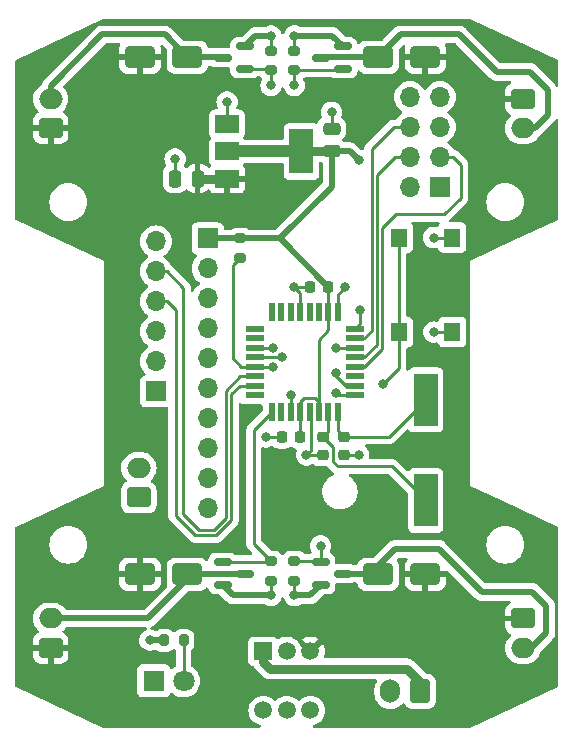
<source format=gtl>
G04 #@! TF.GenerationSoftware,KiCad,Pcbnew,7.0.8*
G04 #@! TF.CreationDate,2024-02-21T14:18:38-03:00*
G04 #@! TF.ProjectId,Drone PCB,44726f6e-6520-4504-9342-2e6b69636164,1.0*
G04 #@! TF.SameCoordinates,Original*
G04 #@! TF.FileFunction,Copper,L1,Top*
G04 #@! TF.FilePolarity,Positive*
%FSLAX46Y46*%
G04 Gerber Fmt 4.6, Leading zero omitted, Abs format (unit mm)*
G04 Created by KiCad (PCBNEW 7.0.8) date 2024-02-21 14:18:38*
%MOMM*%
%LPD*%
G01*
G04 APERTURE LIST*
G04 Aperture macros list*
%AMRoundRect*
0 Rectangle with rounded corners*
0 $1 Rounding radius*
0 $2 $3 $4 $5 $6 $7 $8 $9 X,Y pos of 4 corners*
0 Add a 4 corners polygon primitive as box body*
4,1,4,$2,$3,$4,$5,$6,$7,$8,$9,$2,$3,0*
0 Add four circle primitives for the rounded corners*
1,1,$1+$1,$2,$3*
1,1,$1+$1,$4,$5*
1,1,$1+$1,$6,$7*
1,1,$1+$1,$8,$9*
0 Add four rect primitives between the rounded corners*
20,1,$1+$1,$2,$3,$4,$5,0*
20,1,$1+$1,$4,$5,$6,$7,0*
20,1,$1+$1,$6,$7,$8,$9,0*
20,1,$1+$1,$8,$9,$2,$3,0*%
G04 Aperture macros list end*
G04 #@! TA.AperFunction,ComponentPad*
%ADD10RoundRect,0.250000X0.750000X-0.600000X0.750000X0.600000X-0.750000X0.600000X-0.750000X-0.600000X0*%
G04 #@! TD*
G04 #@! TA.AperFunction,ComponentPad*
%ADD11O,2.000000X1.700000*%
G04 #@! TD*
G04 #@! TA.AperFunction,SMDPad,CuDef*
%ADD12RoundRect,0.250000X-1.000000X-0.650000X1.000000X-0.650000X1.000000X0.650000X-1.000000X0.650000X0*%
G04 #@! TD*
G04 #@! TA.AperFunction,ComponentPad*
%ADD13R,1.800000X1.800000*%
G04 #@! TD*
G04 #@! TA.AperFunction,ComponentPad*
%ADD14C,1.800000*%
G04 #@! TD*
G04 #@! TA.AperFunction,SMDPad,CuDef*
%ADD15RoundRect,0.200000X0.275000X-0.200000X0.275000X0.200000X-0.275000X0.200000X-0.275000X-0.200000X0*%
G04 #@! TD*
G04 #@! TA.AperFunction,SMDPad,CuDef*
%ADD16RoundRect,0.225000X-0.250000X0.225000X-0.250000X-0.225000X0.250000X-0.225000X0.250000X0.225000X0*%
G04 #@! TD*
G04 #@! TA.AperFunction,SMDPad,CuDef*
%ADD17R,0.550000X1.600000*%
G04 #@! TD*
G04 #@! TA.AperFunction,SMDPad,CuDef*
%ADD18R,1.600000X0.550000*%
G04 #@! TD*
G04 #@! TA.AperFunction,SMDPad,CuDef*
%ADD19RoundRect,0.150000X0.587500X0.150000X-0.587500X0.150000X-0.587500X-0.150000X0.587500X-0.150000X0*%
G04 #@! TD*
G04 #@! TA.AperFunction,ComponentPad*
%ADD20RoundRect,0.250000X-0.750000X0.600000X-0.750000X-0.600000X0.750000X-0.600000X0.750000X0.600000X0*%
G04 #@! TD*
G04 #@! TA.AperFunction,SMDPad,CuDef*
%ADD21R,1.400000X1.600000*%
G04 #@! TD*
G04 #@! TA.AperFunction,SMDPad,CuDef*
%ADD22RoundRect,0.225000X-0.225000X-0.250000X0.225000X-0.250000X0.225000X0.250000X-0.225000X0.250000X0*%
G04 #@! TD*
G04 #@! TA.AperFunction,SMDPad,CuDef*
%ADD23RoundRect,0.200000X-0.275000X0.200000X-0.275000X-0.200000X0.275000X-0.200000X0.275000X0.200000X0*%
G04 #@! TD*
G04 #@! TA.AperFunction,SMDPad,CuDef*
%ADD24RoundRect,0.200000X-0.200000X-0.275000X0.200000X-0.275000X0.200000X0.275000X-0.200000X0.275000X0*%
G04 #@! TD*
G04 #@! TA.AperFunction,SMDPad,CuDef*
%ADD25RoundRect,0.250000X0.250000X0.475000X-0.250000X0.475000X-0.250000X-0.475000X0.250000X-0.475000X0*%
G04 #@! TD*
G04 #@! TA.AperFunction,SMDPad,CuDef*
%ADD26R,2.000000X1.500000*%
G04 #@! TD*
G04 #@! TA.AperFunction,SMDPad,CuDef*
%ADD27R,2.000000X3.800000*%
G04 #@! TD*
G04 #@! TA.AperFunction,SMDPad,CuDef*
%ADD28R,2.000000X4.500000*%
G04 #@! TD*
G04 #@! TA.AperFunction,ComponentPad*
%ADD29R,1.700000X1.700000*%
G04 #@! TD*
G04 #@! TA.AperFunction,ComponentPad*
%ADD30O,1.700000X1.700000*%
G04 #@! TD*
G04 #@! TA.AperFunction,SMDPad,CuDef*
%ADD31RoundRect,0.250000X0.475000X-0.250000X0.475000X0.250000X-0.475000X0.250000X-0.475000X-0.250000X0*%
G04 #@! TD*
G04 #@! TA.AperFunction,SMDPad,CuDef*
%ADD32RoundRect,0.150000X-0.587500X-0.150000X0.587500X-0.150000X0.587500X0.150000X-0.587500X0.150000X0*%
G04 #@! TD*
G04 #@! TA.AperFunction,SMDPad,CuDef*
%ADD33RoundRect,0.250000X1.000000X0.650000X-1.000000X0.650000X-1.000000X-0.650000X1.000000X-0.650000X0*%
G04 #@! TD*
G04 #@! TA.AperFunction,ComponentPad*
%ADD34R,1.500000X1.500000*%
G04 #@! TD*
G04 #@! TA.AperFunction,ComponentPad*
%ADD35C,1.500000*%
G04 #@! TD*
G04 #@! TA.AperFunction,ComponentPad*
%ADD36RoundRect,0.250000X0.600000X0.750000X-0.600000X0.750000X-0.600000X-0.750000X0.600000X-0.750000X0*%
G04 #@! TD*
G04 #@! TA.AperFunction,ComponentPad*
%ADD37O,1.700000X2.000000*%
G04 #@! TD*
G04 #@! TA.AperFunction,ViaPad*
%ADD38C,0.800000*%
G04 #@! TD*
G04 #@! TA.AperFunction,Conductor*
%ADD39C,0.250000*%
G04 #@! TD*
G04 #@! TA.AperFunction,Conductor*
%ADD40C,0.750000*%
G04 #@! TD*
G04 #@! TA.AperFunction,Conductor*
%ADD41C,0.500000*%
G04 #@! TD*
G04 #@! TA.AperFunction,Conductor*
%ADD42C,1.000000*%
G04 #@! TD*
G04 APERTURE END LIST*
D10*
X127563000Y-120257000D03*
D11*
X127563000Y-117757000D03*
D12*
X135132500Y-70226000D03*
X139132500Y-70226000D03*
D13*
X136293000Y-123043000D03*
D14*
X138833000Y-123043000D03*
D15*
X146226900Y-71321000D03*
X146226900Y-69671000D03*
D16*
X152367000Y-102375000D03*
X152367000Y-103925000D03*
D17*
X146287000Y-100300000D03*
X147087000Y-100300000D03*
X147887000Y-100300000D03*
X148687000Y-100300000D03*
X149487000Y-100300000D03*
X150287000Y-100300000D03*
X151087000Y-100300000D03*
X151887000Y-100300000D03*
D18*
X153337000Y-98850000D03*
X153337000Y-98050000D03*
X153337000Y-97250000D03*
X153337000Y-96450000D03*
X153337000Y-95650000D03*
X153337000Y-94850000D03*
X153337000Y-94050000D03*
X153337000Y-93250000D03*
D17*
X151887000Y-91800000D03*
X151087000Y-91800000D03*
X150287000Y-91800000D03*
X149487000Y-91800000D03*
X148687000Y-91800000D03*
X147887000Y-91800000D03*
X147087000Y-91800000D03*
X146287000Y-91800000D03*
D18*
X144837000Y-93250000D03*
X144837000Y-94050000D03*
X144837000Y-94850000D03*
X144837000Y-95650000D03*
X144837000Y-96450000D03*
X144837000Y-97250000D03*
X144837000Y-98050000D03*
X144837000Y-98850000D03*
D19*
X144002200Y-71226000D03*
X144002200Y-69326000D03*
X142127200Y-70276000D03*
D20*
X167563000Y-117757000D03*
D11*
X167563000Y-120257000D03*
D21*
X157063000Y-93507000D03*
X157063000Y-85507000D03*
X161563000Y-93507000D03*
X161563000Y-85507000D03*
D22*
X147137000Y-102400000D03*
X148687000Y-102400000D03*
D10*
X127563000Y-76257000D03*
D11*
X127563000Y-73757000D03*
D23*
X148199100Y-112912000D03*
X148199100Y-114562000D03*
D19*
X152298800Y-71226000D03*
X152298800Y-69326000D03*
X150423800Y-70276000D03*
D10*
X135038000Y-107507000D03*
D11*
X135038000Y-105007000D03*
D24*
X137183000Y-119614000D03*
X138833000Y-119614000D03*
D16*
X150607000Y-102375000D03*
X150607000Y-103925000D03*
D23*
X143626000Y-85577000D03*
X143626000Y-87227000D03*
X146226900Y-112912000D03*
X146226900Y-114562000D03*
D25*
X140004000Y-80511002D03*
X138104000Y-80511002D03*
D26*
X142508000Y-75911000D03*
X142508000Y-78211000D03*
D27*
X148808000Y-78211000D03*
D26*
X142508000Y-80511000D03*
D15*
X148199100Y-71321000D03*
X148199100Y-69671000D03*
D28*
X159313000Y-99257000D03*
X159313000Y-107757000D03*
D29*
X160530500Y-81227000D03*
D30*
X157990500Y-81227000D03*
X160530500Y-78687000D03*
X157990500Y-78687000D03*
X160530500Y-76147000D03*
X157990500Y-76147000D03*
X160530500Y-73607000D03*
X157990500Y-73607000D03*
D20*
X167563000Y-73757000D03*
D11*
X167563000Y-76257000D03*
D31*
X151358000Y-78207000D03*
X151358000Y-76307000D03*
D32*
X150423800Y-113007000D03*
X150423800Y-114907000D03*
X152298800Y-113957000D03*
D12*
X135132500Y-114007000D03*
X139132500Y-114007000D03*
D33*
X159293500Y-114007000D03*
X155293500Y-114007000D03*
D29*
X136489000Y-98531000D03*
D30*
X136489000Y-95991000D03*
X136489000Y-93451000D03*
X136489000Y-90911000D03*
X136489000Y-88371000D03*
X136489000Y-85831000D03*
D33*
X159293500Y-70226000D03*
X155293500Y-70226000D03*
D29*
X140863000Y-85577000D03*
D30*
X140863000Y-88117000D03*
X140863000Y-90657000D03*
X140863000Y-93197000D03*
X140863000Y-95737000D03*
X140863000Y-98277000D03*
X140863000Y-100817000D03*
X140863000Y-103357000D03*
X140863000Y-105897000D03*
X140863000Y-108437000D03*
D32*
X142127200Y-113007000D03*
X142127200Y-114907000D03*
X144002200Y-113957000D03*
D34*
X145563000Y-120543000D03*
D35*
X147563000Y-120543000D03*
X149563000Y-120543000D03*
X145563000Y-125543000D03*
X147563000Y-125543000D03*
X149563000Y-125543000D03*
D36*
X158833000Y-123932000D03*
D37*
X156333000Y-123932000D03*
D22*
X149537000Y-89700000D03*
X151087000Y-89700000D03*
D38*
X160009000Y-85507000D03*
X142508000Y-74020000D03*
X151358000Y-74909000D03*
X145785000Y-102400000D03*
X149214000Y-103925000D03*
X138104000Y-78846000D03*
X146226900Y-115803000D03*
X153659000Y-103925000D03*
X146226900Y-68432000D03*
X160009000Y-93507000D03*
X148198000Y-89700000D03*
X147887000Y-98850000D03*
X148199100Y-115803000D03*
X148199100Y-68432000D03*
X135977201Y-119592799D03*
X153659000Y-78973000D03*
X153786000Y-91673000D03*
X152516000Y-89700000D03*
X155691000Y-97896000D03*
X146420000Y-96450000D03*
X146226900Y-72623000D03*
X151754000Y-97007000D03*
X148199100Y-72623000D03*
X151754000Y-94850000D03*
X151754000Y-98658000D03*
X150423800Y-111612000D03*
X146420000Y-94850000D03*
X147182000Y-95650000D03*
D39*
X142507998Y-80511002D02*
X142508000Y-80511000D01*
D40*
X140004000Y-80511002D02*
X142507998Y-80511002D01*
D39*
X149595000Y-103544000D02*
X149214000Y-103925000D01*
X146226900Y-69671000D02*
X146226900Y-68432000D01*
D41*
X143023200Y-115803000D02*
X146226900Y-115803000D01*
D39*
X153659000Y-103925000D02*
X152367000Y-103925000D01*
D41*
X152298800Y-69326000D02*
X151404800Y-68432000D01*
D39*
X161563000Y-93507000D02*
X160009000Y-93507000D01*
X149487000Y-100300000D02*
X149595000Y-100408000D01*
D41*
X148199100Y-115803000D02*
X149527800Y-115803000D01*
X149527800Y-115803000D02*
X150423800Y-114907000D01*
X142127200Y-114907000D02*
X143023200Y-115803000D01*
D39*
X148199100Y-69671000D02*
X148199100Y-68432000D01*
D41*
X146226900Y-68432000D02*
X144896200Y-68432000D01*
D39*
X148199100Y-114562000D02*
X148199100Y-115803000D01*
X149537000Y-89700000D02*
X148198000Y-89700000D01*
D41*
X151404800Y-68432000D02*
X148199100Y-68432000D01*
D39*
X151358000Y-76307000D02*
X151358000Y-74909000D01*
X161563000Y-85507000D02*
X160009000Y-85507000D01*
X148687000Y-91800000D02*
X148687000Y-90189000D01*
X138104000Y-80511002D02*
X138104000Y-78846000D01*
X145785000Y-102400000D02*
X147137000Y-102400000D01*
X149595000Y-100408000D02*
X149595000Y-103544000D01*
X150607000Y-103925000D02*
X149214000Y-103925000D01*
X148687000Y-90189000D02*
X148198000Y-89700000D01*
D41*
X144896200Y-68432000D02*
X144002200Y-69326000D01*
D39*
X146226900Y-114562000D02*
X146226900Y-115803000D01*
X142508000Y-75911000D02*
X142508000Y-74020000D01*
X147887000Y-100300000D02*
X147887000Y-98850000D01*
X148687000Y-99440250D02*
X149061750Y-99065500D01*
D41*
X152893000Y-78207000D02*
X151358000Y-78207000D01*
X137183000Y-119614000D02*
X135998402Y-119614000D01*
D39*
X150287000Y-100300000D02*
X150287000Y-94156000D01*
D41*
X151358000Y-81183000D02*
X151358000Y-78207000D01*
D39*
X151087000Y-93356000D02*
X151087000Y-91800000D01*
D40*
X148808000Y-78211000D02*
X151354000Y-78211000D01*
D39*
X151087000Y-91800000D02*
X151087000Y-89700000D01*
X150287000Y-99425000D02*
X150287000Y-100300000D01*
X150287000Y-94156000D02*
X151087000Y-93356000D01*
D41*
X153659000Y-78973000D02*
X152893000Y-78207000D01*
D39*
X148687000Y-102400000D02*
X148687000Y-100300000D01*
D41*
X146964000Y-85577000D02*
X151087000Y-89700000D01*
X135998402Y-119614000D02*
X135977201Y-119592799D01*
D42*
X148808000Y-78211000D02*
X142508000Y-78211000D01*
D41*
X146964000Y-85577000D02*
X151358000Y-81183000D01*
D39*
X148687000Y-100300000D02*
X148687000Y-99440250D01*
D41*
X140863000Y-85577000D02*
X143563000Y-85577000D01*
D39*
X149061750Y-99065500D02*
X149927500Y-99065500D01*
D41*
X143626000Y-85577000D02*
X146964000Y-85577000D01*
D39*
X149927500Y-99065500D02*
X150287000Y-99425000D01*
X151087000Y-100300000D02*
X151087000Y-101895000D01*
X151500000Y-104500000D02*
X151500000Y-103268000D01*
X151087000Y-101895000D02*
X150607000Y-102375000D01*
X151881000Y-104881000D02*
X151500000Y-104500000D01*
X151881000Y-104881000D02*
X156437000Y-104881000D01*
X156437000Y-104881000D02*
X159313000Y-107757000D01*
X151500000Y-103268000D02*
X150607000Y-102375000D01*
X156195000Y-102375000D02*
X159313000Y-99257000D01*
X151887000Y-100300000D02*
X151887000Y-101895000D01*
X152367000Y-102375000D02*
X156195000Y-102375000D01*
X151887000Y-101895000D02*
X152367000Y-102375000D01*
D41*
X131942000Y-68305000D02*
X137211500Y-68305000D01*
X127563000Y-73757000D02*
X127563000Y-72684000D01*
X137211500Y-68305000D02*
X139132500Y-70226000D01*
X139132500Y-70226000D02*
X142077200Y-70226000D01*
X142077200Y-70226000D02*
X142127200Y-70276000D01*
X127563000Y-72684000D02*
X131942000Y-68305000D01*
X155293500Y-70226000D02*
X150473800Y-70226000D01*
X155293500Y-70226000D02*
X157214500Y-68305000D01*
X162168000Y-68305000D02*
X165343000Y-71480000D01*
X169661000Y-73004000D02*
X169661000Y-75163000D01*
X168137000Y-71480000D02*
X169661000Y-73004000D01*
X165343000Y-71480000D02*
X168137000Y-71480000D01*
X169661000Y-75163000D02*
X168567000Y-76257000D01*
X157214500Y-68305000D02*
X162168000Y-68305000D01*
X168567000Y-76257000D02*
X167563000Y-76257000D01*
X150473800Y-70226000D02*
X150423800Y-70276000D01*
X135813000Y-117757000D02*
X139132500Y-114437500D01*
X139132500Y-114007000D02*
X143952200Y-114007000D01*
X139132500Y-114437500D02*
X139132500Y-114007000D01*
X143952200Y-114007000D02*
X144002200Y-113957000D01*
X127563000Y-117757000D02*
X135813000Y-117757000D01*
X164063000Y-115507000D02*
X168349000Y-115507000D01*
X168255000Y-120257000D02*
X167563000Y-120257000D01*
X169534000Y-118978000D02*
X168255000Y-120257000D01*
X155243500Y-113957000D02*
X155293500Y-114007000D01*
X169534000Y-116692000D02*
X169534000Y-118978000D01*
X156707000Y-111866000D02*
X160422000Y-111866000D01*
X155293500Y-114007000D02*
X155293500Y-113279500D01*
X168349000Y-115507000D02*
X169534000Y-116692000D01*
X155293500Y-113279500D02*
X156707000Y-111866000D01*
X152298800Y-113957000D02*
X155243500Y-113957000D01*
X160422000Y-111866000D02*
X164063000Y-115507000D01*
D39*
X138833000Y-123043000D02*
X138833000Y-119614000D01*
D40*
X145563000Y-120543000D02*
X145563000Y-121423000D01*
X146147000Y-122007000D02*
X157704000Y-122007000D01*
X158833000Y-123136000D02*
X158833000Y-123932000D01*
X157704000Y-122007000D02*
X158833000Y-123136000D01*
X145563000Y-121423000D02*
X146147000Y-122007000D01*
D39*
X153786000Y-91673000D02*
X153786000Y-92801000D01*
X153786000Y-92801000D02*
X153337000Y-93250000D01*
X151887000Y-90329000D02*
X151887000Y-91800000D01*
X151887000Y-90329000D02*
X152516000Y-89700000D01*
X154744000Y-93377620D02*
X154744000Y-78015000D01*
X153337000Y-94050000D02*
X154071620Y-94050000D01*
X154744000Y-78015000D02*
X156612000Y-76147000D01*
X156612000Y-76147000D02*
X157990500Y-76147000D01*
X154071620Y-94050000D02*
X154744000Y-93377620D01*
X144837000Y-96450000D02*
X143704000Y-96450000D01*
X143704000Y-96450000D02*
X142991000Y-95737000D01*
X142991000Y-95737000D02*
X142991000Y-87862000D01*
X157063000Y-96524000D02*
X157063000Y-93507000D01*
X144837000Y-96450000D02*
X146420000Y-96450000D01*
X155691000Y-97896000D02*
X157063000Y-96524000D01*
X142991000Y-87862000D02*
X143626000Y-87227000D01*
X157063000Y-85507000D02*
X157063000Y-93507000D01*
X142864000Y-98785000D02*
X143599000Y-98050000D01*
X137403000Y-90911000D02*
X138165000Y-91673000D01*
X142864000Y-109453000D02*
X142864000Y-98785000D01*
X141594000Y-110723000D02*
X142864000Y-109453000D01*
X143599000Y-98050000D02*
X144837000Y-98050000D01*
X139816000Y-110723000D02*
X141594000Y-110723000D01*
X136489000Y-90911000D02*
X137403000Y-90911000D01*
X138165000Y-109072000D02*
X139816000Y-110723000D01*
X138165000Y-91673000D02*
X138165000Y-109072000D01*
X143637000Y-97250000D02*
X144837000Y-97250000D01*
X142414000Y-109266604D02*
X142414000Y-98473000D01*
X137403000Y-88371000D02*
X138800000Y-89768000D01*
X136489000Y-88371000D02*
X137403000Y-88371000D01*
X140128000Y-110273000D02*
X141407604Y-110273000D01*
X138800000Y-108945000D02*
X140128000Y-110273000D01*
X142414000Y-98473000D02*
X143637000Y-97250000D01*
X138800000Y-89768000D02*
X138800000Y-108945000D01*
X141407604Y-110273000D02*
X142414000Y-109266604D01*
X151754000Y-97267000D02*
X151754000Y-97007000D01*
X146131900Y-71226000D02*
X146226900Y-71321000D01*
X146226900Y-71321000D02*
X146226900Y-72623000D01*
X144002200Y-71226000D02*
X146131900Y-71226000D01*
X153337000Y-98050000D02*
X152537000Y-98050000D01*
X152537000Y-98050000D02*
X151754000Y-97267000D01*
X152203800Y-71321000D02*
X152298800Y-71226000D01*
X153337000Y-94850000D02*
X151754000Y-94850000D01*
X148199100Y-71321000D02*
X148199100Y-72623000D01*
X148199100Y-71321000D02*
X152203800Y-71321000D01*
X144763000Y-111448100D02*
X144763000Y-101824000D01*
X142127200Y-113007000D02*
X146131900Y-113007000D01*
X146131900Y-113007000D02*
X146226900Y-112912000D01*
X144763000Y-101824000D02*
X146287000Y-100300000D01*
X146226900Y-112912000D02*
X144763000Y-111448100D01*
X148199100Y-112912000D02*
X150328800Y-112912000D01*
X153337000Y-98850000D02*
X151946000Y-98850000D01*
X150423800Y-113007000D02*
X150423800Y-111612000D01*
X150328800Y-112912000D02*
X150423800Y-113007000D01*
X151946000Y-98850000D02*
X151754000Y-98658000D01*
X153337000Y-96450000D02*
X154137000Y-96450000D01*
X160898000Y-83545000D02*
X162295000Y-82148000D01*
X155644000Y-84688000D02*
X156787000Y-83545000D01*
X161628000Y-78687000D02*
X160530500Y-78687000D01*
X155644000Y-94943000D02*
X155644000Y-84688000D01*
X162295000Y-79354000D02*
X161628000Y-78687000D01*
X154137000Y-96450000D02*
X155644000Y-94943000D01*
X156787000Y-83545000D02*
X160898000Y-83545000D01*
X162295000Y-82148000D02*
X162295000Y-79354000D01*
X155194000Y-94593000D02*
X155194000Y-80232000D01*
X154137000Y-95650000D02*
X155194000Y-94593000D01*
X155194000Y-80232000D02*
X156739000Y-78687000D01*
X156739000Y-78687000D02*
X157990500Y-78687000D01*
X153337000Y-95650000D02*
X154137000Y-95650000D01*
X144837000Y-94850000D02*
X146420000Y-94850000D01*
X144837000Y-95650000D02*
X147182000Y-95650000D01*
G04 #@! TA.AperFunction,Conductor*
G36*
X163087817Y-67019132D02*
G01*
X170490938Y-70473922D01*
X170543364Y-70520110D01*
X170562500Y-70586289D01*
X170562500Y-72594709D01*
X170542815Y-72661748D01*
X170490011Y-72707503D01*
X170420853Y-72717447D01*
X170357297Y-72688422D01*
X170334900Y-72662849D01*
X170294023Y-72600700D01*
X170253709Y-72535341D01*
X170249233Y-72529681D01*
X170249280Y-72529643D01*
X170244519Y-72523799D01*
X170244474Y-72523838D01*
X170239834Y-72518309D01*
X170239832Y-72518307D01*
X170239830Y-72518304D01*
X170198679Y-72479480D01*
X170183965Y-72465597D01*
X168712729Y-70994361D01*
X168700949Y-70980730D01*
X168693482Y-70970701D01*
X168686612Y-70961472D01*
X168686610Y-70961470D01*
X168646587Y-70927886D01*
X168642612Y-70924244D01*
X168639690Y-70921322D01*
X168636780Y-70918411D01*
X168611040Y-70898059D01*
X168552209Y-70848694D01*
X168546180Y-70844729D01*
X168546212Y-70844680D01*
X168539853Y-70840628D01*
X168539822Y-70840679D01*
X168533680Y-70836891D01*
X168533678Y-70836890D01*
X168533677Y-70836889D01*
X168486531Y-70814904D01*
X168464058Y-70804424D01*
X168429894Y-70787267D01*
X168395433Y-70769960D01*
X168395431Y-70769959D01*
X168395430Y-70769959D01*
X168388645Y-70767489D01*
X168388665Y-70767433D01*
X168381549Y-70764959D01*
X168381531Y-70765015D01*
X168374671Y-70762742D01*
X168346841Y-70756996D01*
X168299434Y-70747207D01*
X168250472Y-70735603D01*
X168224719Y-70729499D01*
X168217547Y-70728661D01*
X168217553Y-70728601D01*
X168210055Y-70727835D01*
X168210050Y-70727895D01*
X168202860Y-70727265D01*
X168126083Y-70729500D01*
X165705230Y-70729500D01*
X165638191Y-70709815D01*
X165617549Y-70693181D01*
X162743729Y-67819361D01*
X162731949Y-67805730D01*
X162724482Y-67795701D01*
X162717612Y-67786472D01*
X162685006Y-67759112D01*
X162677587Y-67752886D01*
X162673612Y-67749244D01*
X162667777Y-67743409D01*
X162642040Y-67723059D01*
X162583214Y-67673698D01*
X162583213Y-67673697D01*
X162583209Y-67673694D01*
X162577180Y-67669729D01*
X162577212Y-67669680D01*
X162570853Y-67665628D01*
X162570822Y-67665679D01*
X162564680Y-67661891D01*
X162564678Y-67661890D01*
X162564677Y-67661889D01*
X162525474Y-67643608D01*
X162495058Y-67629424D01*
X162460894Y-67612267D01*
X162426433Y-67594960D01*
X162426431Y-67594959D01*
X162426430Y-67594959D01*
X162419645Y-67592489D01*
X162419665Y-67592433D01*
X162412549Y-67589959D01*
X162412531Y-67590015D01*
X162405671Y-67587742D01*
X162377841Y-67581996D01*
X162330434Y-67572207D01*
X162281472Y-67560603D01*
X162255719Y-67554499D01*
X162248547Y-67553661D01*
X162248553Y-67553601D01*
X162241055Y-67552835D01*
X162241050Y-67552895D01*
X162233860Y-67552265D01*
X162157083Y-67554500D01*
X157278205Y-67554500D01*
X157260235Y-67553191D01*
X157236472Y-67549710D01*
X157191390Y-67553655D01*
X157184433Y-67554264D01*
X157179032Y-67554500D01*
X157170787Y-67554500D01*
X157144722Y-67557546D01*
X157138205Y-67558308D01*
X157132903Y-67558771D01*
X157061701Y-67565001D01*
X157054634Y-67566461D01*
X157054622Y-67566404D01*
X157047253Y-67568038D01*
X157047267Y-67568095D01*
X157040239Y-67569760D01*
X156971005Y-67594959D01*
X156968068Y-67596028D01*
X156895165Y-67620186D01*
X156895163Y-67620186D01*
X156895160Y-67620188D01*
X156888623Y-67623236D01*
X156888598Y-67623184D01*
X156881810Y-67626470D01*
X156881836Y-67626521D01*
X156875385Y-67629761D01*
X156811223Y-67671961D01*
X156745846Y-67712285D01*
X156740182Y-67716765D01*
X156740146Y-67716719D01*
X156734298Y-67721484D01*
X156734335Y-67721528D01*
X156728810Y-67726164D01*
X156728804Y-67726169D01*
X156728804Y-67726170D01*
X156697725Y-67759111D01*
X156676114Y-67782017D01*
X155668949Y-68789181D01*
X155607626Y-68822666D01*
X155581268Y-68825500D01*
X154243498Y-68825500D01*
X154243481Y-68825501D01*
X154140703Y-68836000D01*
X154140700Y-68836001D01*
X153974168Y-68891185D01*
X153974163Y-68891187D01*
X153824845Y-68983287D01*
X153727364Y-69080768D01*
X153666041Y-69114252D01*
X153596349Y-69109268D01*
X153540416Y-69067396D01*
X153520607Y-69027681D01*
X153488046Y-68915606D01*
X153488044Y-68915603D01*
X153488044Y-68915602D01*
X153404381Y-68774135D01*
X153404379Y-68774133D01*
X153404376Y-68774129D01*
X153288170Y-68657923D01*
X153288162Y-68657917D01*
X153146696Y-68574255D01*
X153146693Y-68574254D01*
X152988873Y-68528402D01*
X152988867Y-68528401D01*
X152951996Y-68525500D01*
X152951994Y-68525500D01*
X152611029Y-68525500D01*
X152543990Y-68505815D01*
X152523348Y-68489181D01*
X151980529Y-67946361D01*
X151968749Y-67932730D01*
X151961282Y-67922701D01*
X151954412Y-67913472D01*
X151949123Y-67909034D01*
X151914387Y-67879886D01*
X151910412Y-67876244D01*
X151907490Y-67873322D01*
X151904580Y-67870411D01*
X151878840Y-67850059D01*
X151866000Y-67839285D01*
X151820014Y-67800698D01*
X151820013Y-67800697D01*
X151820009Y-67800694D01*
X151813980Y-67796729D01*
X151814012Y-67796680D01*
X151807653Y-67792628D01*
X151807622Y-67792679D01*
X151801480Y-67788891D01*
X151801478Y-67788890D01*
X151801477Y-67788889D01*
X151762274Y-67770608D01*
X151731858Y-67756424D01*
X151697694Y-67739267D01*
X151663233Y-67721960D01*
X151663231Y-67721959D01*
X151663230Y-67721959D01*
X151656445Y-67719489D01*
X151656465Y-67719433D01*
X151649349Y-67716959D01*
X151649331Y-67717015D01*
X151642471Y-67714742D01*
X151614641Y-67708996D01*
X151567234Y-67699207D01*
X151518272Y-67687603D01*
X151492519Y-67681499D01*
X151485347Y-67680661D01*
X151485353Y-67680601D01*
X151477855Y-67679835D01*
X151477850Y-67679895D01*
X151470660Y-67679265D01*
X151393883Y-67681500D01*
X148738437Y-67681500D01*
X148671398Y-67661815D01*
X148665552Y-67657818D01*
X148651834Y-67647851D01*
X148651829Y-67647848D01*
X148478907Y-67570857D01*
X148478902Y-67570855D01*
X148333101Y-67539865D01*
X148293746Y-67531500D01*
X148104454Y-67531500D01*
X148071997Y-67538398D01*
X147919297Y-67570855D01*
X147919292Y-67570857D01*
X147746370Y-67647848D01*
X147746365Y-67647851D01*
X147593229Y-67759111D01*
X147466566Y-67899785D01*
X147371921Y-68063715D01*
X147371918Y-68063722D01*
X147330931Y-68189869D01*
X147291493Y-68247545D01*
X147227135Y-68274743D01*
X147158289Y-68262828D01*
X147106813Y-68215584D01*
X147095069Y-68189869D01*
X147054081Y-68063722D01*
X147054080Y-68063721D01*
X147054079Y-68063716D01*
X146959433Y-67899784D01*
X146832771Y-67759112D01*
X146832770Y-67759111D01*
X146679634Y-67647851D01*
X146679629Y-67647848D01*
X146506707Y-67570857D01*
X146506702Y-67570855D01*
X146360901Y-67539865D01*
X146321546Y-67531500D01*
X146132254Y-67531500D01*
X146099797Y-67538398D01*
X145947097Y-67570855D01*
X145947092Y-67570857D01*
X145774170Y-67647848D01*
X145774165Y-67647851D01*
X145760448Y-67657818D01*
X145694642Y-67681298D01*
X145687563Y-67681500D01*
X144959905Y-67681500D01*
X144941935Y-67680191D01*
X144918172Y-67676710D01*
X144873712Y-67680601D01*
X144866131Y-67681264D01*
X144860730Y-67681500D01*
X144852489Y-67681500D01*
X144830779Y-67684037D01*
X144819924Y-67685306D01*
X144804619Y-67686645D01*
X144743399Y-67692001D01*
X144736332Y-67693460D01*
X144736320Y-67693404D01*
X144728963Y-67695035D01*
X144728977Y-67695092D01*
X144721943Y-67696759D01*
X144649775Y-67723025D01*
X144576875Y-67747181D01*
X144570326Y-67750236D01*
X144570301Y-67750183D01*
X144563508Y-67753471D01*
X144563534Y-67753523D01*
X144557080Y-67756764D01*
X144492908Y-67798971D01*
X144427547Y-67839285D01*
X144421883Y-67843765D01*
X144421847Y-67843719D01*
X144415998Y-67848484D01*
X144416035Y-67848528D01*
X144410510Y-67853164D01*
X144357798Y-67909034D01*
X143777651Y-68489181D01*
X143716328Y-68522666D01*
X143689970Y-68525500D01*
X143349004Y-68525500D01*
X143312132Y-68528401D01*
X143312126Y-68528402D01*
X143154306Y-68574254D01*
X143154303Y-68574255D01*
X143012837Y-68657917D01*
X143012829Y-68657923D01*
X142896623Y-68774129D01*
X142896617Y-68774137D01*
X142812955Y-68915603D01*
X142812954Y-68915606D01*
X142767102Y-69073426D01*
X142767101Y-69073432D01*
X142764200Y-69110304D01*
X142764200Y-69351500D01*
X142744515Y-69418539D01*
X142691711Y-69464294D01*
X142640200Y-69475500D01*
X142166545Y-69475500D01*
X142150255Y-69473835D01*
X142150250Y-69473895D01*
X142143060Y-69473265D01*
X142066283Y-69475500D01*
X140979370Y-69475500D01*
X140912331Y-69455815D01*
X140866576Y-69403011D01*
X140861664Y-69390505D01*
X140848739Y-69351500D01*
X140817314Y-69256666D01*
X140725212Y-69107344D01*
X140601156Y-68983288D01*
X140491425Y-68915606D01*
X140451836Y-68891187D01*
X140451831Y-68891185D01*
X140429487Y-68883781D01*
X140285297Y-68836001D01*
X140285295Y-68836000D01*
X140182516Y-68825500D01*
X140182509Y-68825500D01*
X138844730Y-68825500D01*
X138777691Y-68805815D01*
X138757049Y-68789181D01*
X137787229Y-67819361D01*
X137775449Y-67805730D01*
X137767982Y-67795701D01*
X137761112Y-67786472D01*
X137728506Y-67759112D01*
X137721087Y-67752886D01*
X137717112Y-67749244D01*
X137711277Y-67743409D01*
X137685540Y-67723059D01*
X137626714Y-67673698D01*
X137626713Y-67673697D01*
X137626709Y-67673694D01*
X137620680Y-67669729D01*
X137620712Y-67669680D01*
X137614353Y-67665628D01*
X137614322Y-67665679D01*
X137608180Y-67661891D01*
X137608178Y-67661890D01*
X137608177Y-67661889D01*
X137568974Y-67643608D01*
X137538558Y-67629424D01*
X137504394Y-67612267D01*
X137469933Y-67594960D01*
X137469931Y-67594959D01*
X137469930Y-67594959D01*
X137463145Y-67592489D01*
X137463165Y-67592433D01*
X137456049Y-67589959D01*
X137456031Y-67590015D01*
X137449171Y-67587742D01*
X137421341Y-67581996D01*
X137373934Y-67572207D01*
X137324972Y-67560603D01*
X137299219Y-67554499D01*
X137292047Y-67553661D01*
X137292053Y-67553601D01*
X137284555Y-67552835D01*
X137284550Y-67552895D01*
X137277360Y-67552265D01*
X137200583Y-67554500D01*
X132005705Y-67554500D01*
X131987735Y-67553191D01*
X131963972Y-67549710D01*
X131918890Y-67553655D01*
X131911933Y-67554264D01*
X131906532Y-67554500D01*
X131898287Y-67554500D01*
X131872222Y-67557546D01*
X131865705Y-67558308D01*
X131860403Y-67558771D01*
X131789201Y-67565001D01*
X131782134Y-67566461D01*
X131782122Y-67566404D01*
X131774753Y-67568038D01*
X131774767Y-67568095D01*
X131767739Y-67569760D01*
X131698505Y-67594959D01*
X131695568Y-67596028D01*
X131622665Y-67620186D01*
X131622663Y-67620186D01*
X131622660Y-67620188D01*
X131616123Y-67623236D01*
X131616098Y-67623184D01*
X131609310Y-67626470D01*
X131609336Y-67626521D01*
X131602885Y-67629761D01*
X131538723Y-67671961D01*
X131473346Y-67712285D01*
X131467682Y-67716765D01*
X131467646Y-67716719D01*
X131461798Y-67721484D01*
X131461835Y-67721528D01*
X131456310Y-67726164D01*
X131456304Y-67726169D01*
X131456304Y-67726170D01*
X131425225Y-67759111D01*
X131403614Y-67782017D01*
X127077358Y-72108272D01*
X127063729Y-72120051D01*
X127044468Y-72134390D01*
X127010898Y-72174397D01*
X127007253Y-72178376D01*
X127001409Y-72184222D01*
X126981059Y-72209959D01*
X126931695Y-72268789D01*
X126927729Y-72274819D01*
X126927682Y-72274788D01*
X126923630Y-72281147D01*
X126923679Y-72281177D01*
X126919889Y-72287321D01*
X126887424Y-72356941D01*
X126852960Y-72425566D01*
X126850488Y-72432357D01*
X126850432Y-72432336D01*
X126847960Y-72439450D01*
X126848015Y-72439469D01*
X126845742Y-72446326D01*
X126838897Y-72479480D01*
X126806062Y-72541154D01*
X126769865Y-72566785D01*
X126735177Y-72582960D01*
X126735172Y-72582963D01*
X126541597Y-72718505D01*
X126374506Y-72885597D01*
X126374501Y-72885604D01*
X126238967Y-73079165D01*
X126238965Y-73079169D01*
X126139098Y-73293335D01*
X126139094Y-73293344D01*
X126077938Y-73521586D01*
X126077936Y-73521596D01*
X126057341Y-73756999D01*
X126057341Y-73757000D01*
X126077936Y-73992403D01*
X126077938Y-73992413D01*
X126139094Y-74220655D01*
X126139096Y-74220659D01*
X126139097Y-74220663D01*
X126163757Y-74273546D01*
X126238964Y-74434828D01*
X126238965Y-74434830D01*
X126374505Y-74628402D01*
X126522067Y-74775964D01*
X126555552Y-74837287D01*
X126550568Y-74906979D01*
X126508696Y-74962912D01*
X126499483Y-74969183D01*
X126344659Y-75064680D01*
X126344655Y-75064683D01*
X126220684Y-75188654D01*
X126128643Y-75337875D01*
X126128641Y-75337880D01*
X126073494Y-75504302D01*
X126073493Y-75504309D01*
X126063000Y-75607013D01*
X126063000Y-76007000D01*
X127129314Y-76007000D01*
X127103507Y-76047156D01*
X127063000Y-76185111D01*
X127063000Y-76328889D01*
X127103507Y-76466844D01*
X127129314Y-76507000D01*
X126063001Y-76507000D01*
X126063001Y-76906986D01*
X126073494Y-77009697D01*
X126128641Y-77176119D01*
X126128643Y-77176124D01*
X126220684Y-77325345D01*
X126344654Y-77449315D01*
X126493875Y-77541356D01*
X126493880Y-77541358D01*
X126660302Y-77596505D01*
X126660309Y-77596506D01*
X126763019Y-77606999D01*
X127312999Y-77606999D01*
X127313000Y-77606998D01*
X127313000Y-76692501D01*
X127420685Y-76741680D01*
X127527237Y-76757000D01*
X127598763Y-76757000D01*
X127705315Y-76741680D01*
X127813000Y-76692501D01*
X127813000Y-77606999D01*
X128362972Y-77606999D01*
X128362986Y-77606998D01*
X128465697Y-77596505D01*
X128632119Y-77541358D01*
X128632124Y-77541356D01*
X128781345Y-77449315D01*
X128905315Y-77325345D01*
X128997356Y-77176124D01*
X128997358Y-77176119D01*
X129052505Y-77009697D01*
X129052506Y-77009690D01*
X129062999Y-76906986D01*
X129063000Y-76906973D01*
X129063000Y-76507000D01*
X127996686Y-76507000D01*
X128022493Y-76466844D01*
X128063000Y-76328889D01*
X128063000Y-76185111D01*
X128022493Y-76047156D01*
X127996686Y-76007000D01*
X129062999Y-76007000D01*
X129062999Y-75607028D01*
X129062998Y-75607013D01*
X129052505Y-75504302D01*
X128997358Y-75337880D01*
X128997356Y-75337875D01*
X128905315Y-75188654D01*
X128781344Y-75064683D01*
X128781340Y-75064680D01*
X128626516Y-74969183D01*
X128579791Y-74917235D01*
X128568570Y-74848273D01*
X128596413Y-74784191D01*
X128603932Y-74775964D01*
X128662694Y-74717202D01*
X128751495Y-74628401D01*
X128887035Y-74434830D01*
X128986903Y-74220663D01*
X129048063Y-73992408D01*
X129068659Y-73757000D01*
X129048063Y-73521592D01*
X128986903Y-73293337D01*
X128887035Y-73079171D01*
X128887034Y-73079169D01*
X128751494Y-72885597D01*
X128674812Y-72808915D01*
X128641327Y-72747592D01*
X128646311Y-72677900D01*
X128674810Y-72633555D01*
X130832366Y-70476000D01*
X133382501Y-70476000D01*
X133382501Y-70925986D01*
X133392994Y-71028697D01*
X133448141Y-71195119D01*
X133448143Y-71195124D01*
X133540184Y-71344345D01*
X133664154Y-71468315D01*
X133813375Y-71560356D01*
X133813380Y-71560358D01*
X133979802Y-71615505D01*
X133979809Y-71615506D01*
X134082519Y-71625999D01*
X134882499Y-71625999D01*
X134882500Y-71625998D01*
X134882500Y-70476000D01*
X135382500Y-70476000D01*
X135382500Y-71625999D01*
X136182472Y-71625999D01*
X136182486Y-71625998D01*
X136285197Y-71615505D01*
X136451619Y-71560358D01*
X136451624Y-71560356D01*
X136600845Y-71468315D01*
X136724815Y-71344345D01*
X136816856Y-71195124D01*
X136816858Y-71195119D01*
X136872005Y-71028697D01*
X136872006Y-71028690D01*
X136882499Y-70925986D01*
X136882500Y-70925973D01*
X136882500Y-70476000D01*
X135382500Y-70476000D01*
X134882500Y-70476000D01*
X133382501Y-70476000D01*
X130832366Y-70476000D01*
X132216548Y-69091819D01*
X132277871Y-69058334D01*
X132304229Y-69055500D01*
X133350178Y-69055500D01*
X133417217Y-69075185D01*
X133462972Y-69127989D01*
X133472916Y-69197147D01*
X133455718Y-69244595D01*
X133448145Y-69256873D01*
X133448141Y-69256880D01*
X133392994Y-69423302D01*
X133392993Y-69423309D01*
X133382500Y-69526013D01*
X133382500Y-69976000D01*
X136882499Y-69976000D01*
X136882499Y-69526028D01*
X136882498Y-69526013D01*
X136872006Y-69423304D01*
X136840110Y-69327051D01*
X136837708Y-69257222D01*
X136873439Y-69197180D01*
X136935959Y-69165987D01*
X137005419Y-69173547D01*
X137045497Y-69200365D01*
X137345681Y-69500548D01*
X137379166Y-69561871D01*
X137382000Y-69588229D01*
X137382000Y-70926001D01*
X137382001Y-70926018D01*
X137392500Y-71028796D01*
X137392501Y-71028799D01*
X137408308Y-71076500D01*
X137447686Y-71195334D01*
X137539788Y-71344656D01*
X137663844Y-71468712D01*
X137813166Y-71560814D01*
X137979703Y-71615999D01*
X138082491Y-71626500D01*
X140182508Y-71626499D01*
X140285297Y-71615999D01*
X140451834Y-71560814D01*
X140601156Y-71468712D01*
X140725212Y-71344656D01*
X140817314Y-71195334D01*
X140861664Y-71061494D01*
X140901436Y-71004051D01*
X140965951Y-70977228D01*
X140979369Y-70976500D01*
X141158731Y-70976500D01*
X141221851Y-70993767D01*
X141279302Y-71027744D01*
X141320924Y-71039836D01*
X141437126Y-71073597D01*
X141437129Y-71073597D01*
X141437131Y-71073598D01*
X141449422Y-71074565D01*
X141474004Y-71076500D01*
X141474006Y-71076500D01*
X142640200Y-71076500D01*
X142707239Y-71096185D01*
X142752994Y-71148989D01*
X142764200Y-71200500D01*
X142764200Y-71441696D01*
X142767101Y-71478567D01*
X142767102Y-71478573D01*
X142812954Y-71636393D01*
X142812955Y-71636396D01*
X142896617Y-71777862D01*
X142896623Y-71777870D01*
X143012829Y-71894076D01*
X143012833Y-71894079D01*
X143012835Y-71894081D01*
X143154302Y-71977744D01*
X143171760Y-71982816D01*
X143312126Y-72023597D01*
X143312129Y-72023597D01*
X143312131Y-72023598D01*
X143324422Y-72024565D01*
X143349004Y-72026500D01*
X143349006Y-72026500D01*
X144655396Y-72026500D01*
X144673831Y-72025049D01*
X144692269Y-72023598D01*
X144692271Y-72023597D01*
X144692273Y-72023597D01*
X144733891Y-72011505D01*
X144850098Y-71977744D01*
X144991565Y-71894081D01*
X144991570Y-71894076D01*
X144997828Y-71887819D01*
X145059151Y-71854334D01*
X145085509Y-71851500D01*
X145263207Y-71851500D01*
X145330246Y-71871185D01*
X145369323Y-71911349D01*
X145396428Y-71956185D01*
X145396431Y-71956189D01*
X145440504Y-72000261D01*
X145473990Y-72061584D01*
X145469006Y-72131275D01*
X145460212Y-72149942D01*
X145456960Y-72155575D01*
X145412776Y-72232105D01*
X145399720Y-72254718D01*
X145399718Y-72254722D01*
X145341804Y-72432964D01*
X145341226Y-72434744D01*
X145321440Y-72623000D01*
X145341226Y-72811256D01*
X145341227Y-72811259D01*
X145399718Y-72991277D01*
X145399721Y-72991284D01*
X145494367Y-73155216D01*
X145586014Y-73257000D01*
X145621029Y-73295888D01*
X145774165Y-73407148D01*
X145774170Y-73407151D01*
X145947092Y-73484142D01*
X145947097Y-73484144D01*
X146132254Y-73523500D01*
X146132255Y-73523500D01*
X146321544Y-73523500D01*
X146321546Y-73523500D01*
X146506703Y-73484144D01*
X146679630Y-73407151D01*
X146832771Y-73295888D01*
X146959433Y-73155216D01*
X147054079Y-72991284D01*
X147095069Y-72865129D01*
X147134506Y-72807455D01*
X147198865Y-72780256D01*
X147267711Y-72792171D01*
X147319187Y-72839415D01*
X147330931Y-72865130D01*
X147371918Y-72991278D01*
X147371921Y-72991284D01*
X147466567Y-73155216D01*
X147558214Y-73257000D01*
X147593229Y-73295888D01*
X147746365Y-73407148D01*
X147746370Y-73407151D01*
X147919292Y-73484142D01*
X147919297Y-73484144D01*
X148104454Y-73523500D01*
X148104455Y-73523500D01*
X148293744Y-73523500D01*
X148293746Y-73523500D01*
X148478903Y-73484144D01*
X148651830Y-73407151D01*
X148804971Y-73295888D01*
X148931633Y-73155216D01*
X149026279Y-72991284D01*
X149084774Y-72811256D01*
X149104560Y-72623000D01*
X149084774Y-72434744D01*
X149026279Y-72254716D01*
X148965787Y-72149941D01*
X148949315Y-72082043D01*
X148972168Y-72016016D01*
X148985487Y-72000269D01*
X149002941Y-71982815D01*
X149064264Y-71949333D01*
X149090619Y-71946500D01*
X151364149Y-71946500D01*
X151427269Y-71963767D01*
X151450902Y-71977744D01*
X151468360Y-71982816D01*
X151608726Y-72023597D01*
X151608729Y-72023597D01*
X151608731Y-72023598D01*
X151621022Y-72024565D01*
X151645604Y-72026500D01*
X151645606Y-72026500D01*
X152951996Y-72026500D01*
X152970431Y-72025049D01*
X152988869Y-72023598D01*
X152988871Y-72023597D01*
X152988873Y-72023597D01*
X153030491Y-72011505D01*
X153146698Y-71977744D01*
X153288165Y-71894081D01*
X153404381Y-71777865D01*
X153488044Y-71636398D01*
X153533898Y-71478569D01*
X153534740Y-71467864D01*
X153559620Y-71402576D01*
X153615848Y-71361102D01*
X153685574Y-71356612D01*
X153746039Y-71389907D01*
X153824844Y-71468712D01*
X153974166Y-71560814D01*
X154140703Y-71615999D01*
X154243491Y-71626500D01*
X156343508Y-71626499D01*
X156446297Y-71615999D01*
X156612834Y-71560814D01*
X156762156Y-71468712D01*
X156886212Y-71344656D01*
X156978314Y-71195334D01*
X157033499Y-71028797D01*
X157044000Y-70926009D01*
X157044000Y-70476000D01*
X157543501Y-70476000D01*
X157543501Y-70925986D01*
X157553994Y-71028697D01*
X157609141Y-71195119D01*
X157609143Y-71195124D01*
X157701184Y-71344345D01*
X157825154Y-71468315D01*
X157974375Y-71560356D01*
X157974380Y-71560358D01*
X158140802Y-71615505D01*
X158140809Y-71615506D01*
X158243519Y-71625999D01*
X159043499Y-71625999D01*
X159043500Y-71625998D01*
X159043500Y-70476000D01*
X159543500Y-70476000D01*
X159543500Y-71625999D01*
X160343472Y-71625999D01*
X160343486Y-71625998D01*
X160446197Y-71615505D01*
X160612619Y-71560358D01*
X160612624Y-71560356D01*
X160761845Y-71468315D01*
X160885815Y-71344345D01*
X160977856Y-71195124D01*
X160977858Y-71195119D01*
X161033005Y-71028697D01*
X161033006Y-71028690D01*
X161043499Y-70925986D01*
X161043500Y-70925973D01*
X161043500Y-70476000D01*
X159543500Y-70476000D01*
X159043500Y-70476000D01*
X157543501Y-70476000D01*
X157044000Y-70476000D01*
X157043999Y-69588228D01*
X157063684Y-69521190D01*
X157080313Y-69500553D01*
X157380505Y-69200361D01*
X157441826Y-69166878D01*
X157511518Y-69171862D01*
X157567451Y-69213734D01*
X157591868Y-69279198D01*
X157585890Y-69327047D01*
X157553995Y-69423299D01*
X157553993Y-69423309D01*
X157543500Y-69526013D01*
X157543500Y-69976000D01*
X161043499Y-69976000D01*
X161043499Y-69526028D01*
X161043498Y-69526013D01*
X161033005Y-69423302D01*
X160977858Y-69256880D01*
X160977854Y-69256873D01*
X160970282Y-69244595D01*
X160951843Y-69177202D01*
X160972767Y-69110539D01*
X161026410Y-69065770D01*
X161075822Y-69055500D01*
X161805770Y-69055500D01*
X161872809Y-69075185D01*
X161893451Y-69091819D01*
X164767270Y-71965638D01*
X164779051Y-71979270D01*
X164793388Y-71998528D01*
X164833409Y-72032111D01*
X164837397Y-72035766D01*
X164843216Y-72041585D01*
X164843220Y-72041588D01*
X164843223Y-72041591D01*
X164868959Y-72061940D01*
X164927786Y-72111302D01*
X164927787Y-72111302D01*
X164927789Y-72111304D01*
X164933818Y-72115270D01*
X164933785Y-72115319D01*
X164940147Y-72119372D01*
X164940179Y-72119321D01*
X164946319Y-72123108D01*
X164946323Y-72123111D01*
X164963831Y-72131275D01*
X165015941Y-72155575D01*
X165053419Y-72174397D01*
X165084567Y-72190040D01*
X165084569Y-72190040D01*
X165091357Y-72192511D01*
X165091336Y-72192567D01*
X165098457Y-72195043D01*
X165098476Y-72194986D01*
X165105322Y-72197254D01*
X165105327Y-72197257D01*
X165105332Y-72197258D01*
X165105335Y-72197259D01*
X165166844Y-72209959D01*
X165180565Y-72212792D01*
X165255279Y-72230500D01*
X165255282Y-72230500D01*
X165255286Y-72230501D01*
X165262453Y-72231339D01*
X165262446Y-72231398D01*
X165269944Y-72232164D01*
X165269950Y-72232105D01*
X165277139Y-72232734D01*
X165277143Y-72232733D01*
X165277144Y-72232734D01*
X165353917Y-72230500D01*
X166456191Y-72230500D01*
X166523230Y-72250185D01*
X166568985Y-72302989D01*
X166578929Y-72372147D01*
X166549904Y-72435703D01*
X166500110Y-72468926D01*
X166500421Y-72469592D01*
X166496080Y-72471615D01*
X166495196Y-72472206D01*
X166493878Y-72472642D01*
X166493875Y-72472643D01*
X166344654Y-72564684D01*
X166220684Y-72688654D01*
X166128643Y-72837875D01*
X166128641Y-72837880D01*
X166073494Y-73004302D01*
X166073493Y-73004309D01*
X166063000Y-73107013D01*
X166063000Y-73507000D01*
X167129314Y-73507000D01*
X167103507Y-73547156D01*
X167063000Y-73685111D01*
X167063000Y-73828889D01*
X167103507Y-73966844D01*
X167129314Y-74007000D01*
X166063001Y-74007000D01*
X166063001Y-74406986D01*
X166073494Y-74509697D01*
X166128641Y-74676119D01*
X166128643Y-74676124D01*
X166220684Y-74825345D01*
X166344654Y-74949315D01*
X166499484Y-75044815D01*
X166546208Y-75096763D01*
X166557431Y-75165726D01*
X166529587Y-75229808D01*
X166522069Y-75238035D01*
X166374501Y-75385603D01*
X166374501Y-75385604D01*
X166238967Y-75579165D01*
X166238965Y-75579169D01*
X166139098Y-75793335D01*
X166139094Y-75793344D01*
X166077938Y-76021586D01*
X166077936Y-76021596D01*
X166057341Y-76256999D01*
X166057341Y-76257000D01*
X166077936Y-76492403D01*
X166077938Y-76492413D01*
X166139094Y-76720655D01*
X166139096Y-76720659D01*
X166139097Y-76720663D01*
X166182409Y-76813546D01*
X166238964Y-76934828D01*
X166238965Y-76934830D01*
X166374505Y-77128402D01*
X166541597Y-77295494D01*
X166735169Y-77431034D01*
X166735171Y-77431035D01*
X166949337Y-77530903D01*
X166949343Y-77530904D01*
X166949344Y-77530905D01*
X166988356Y-77541358D01*
X167177592Y-77592063D01*
X167354034Y-77607500D01*
X167771966Y-77607500D01*
X167948408Y-77592063D01*
X168176663Y-77530903D01*
X168390829Y-77431035D01*
X168584401Y-77295495D01*
X168751495Y-77128401D01*
X168861534Y-76971248D01*
X168900811Y-76937312D01*
X168900083Y-76936205D01*
X168906114Y-76932237D01*
X168906117Y-76932237D01*
X168970283Y-76890034D01*
X169035656Y-76849712D01*
X169035662Y-76849705D01*
X169041325Y-76845229D01*
X169041362Y-76845277D01*
X169047204Y-76840518D01*
X169047164Y-76840471D01*
X169052686Y-76835836D01*
X169052696Y-76835830D01*
X169074398Y-76812825D01*
X169105386Y-76779982D01*
X169878387Y-76006980D01*
X170146642Y-75738724D01*
X170160257Y-75726958D01*
X170179530Y-75712610D01*
X170213123Y-75672574D01*
X170216757Y-75668608D01*
X170222591Y-75662776D01*
X170242930Y-75637052D01*
X170292302Y-75578214D01*
X170292306Y-75578205D01*
X170296274Y-75572175D01*
X170296325Y-75572208D01*
X170300369Y-75565860D01*
X170300317Y-75565828D01*
X170304106Y-75559682D01*
X170304111Y-75559677D01*
X170326118Y-75512481D01*
X170372289Y-75460043D01*
X170439482Y-75440890D01*
X170506364Y-75461105D01*
X170551699Y-75514270D01*
X170562500Y-75564886D01*
X170562500Y-83927709D01*
X170542815Y-83994748D01*
X170490938Y-84040076D01*
X166834258Y-85746527D01*
X163062806Y-87506538D01*
X163062695Y-87506584D01*
X163062616Y-87506617D01*
X163062532Y-87506702D01*
X163062464Y-87506888D01*
X163062500Y-87508423D01*
X163062500Y-106505568D01*
X163062464Y-106507113D01*
X163062531Y-106507298D01*
X163062669Y-106507435D01*
X163064059Y-106508046D01*
X165662568Y-107720683D01*
X170490938Y-109973922D01*
X170543364Y-110020110D01*
X170562500Y-110086289D01*
X170562500Y-123427709D01*
X170542815Y-123494748D01*
X170490938Y-123540076D01*
X163087818Y-126994867D01*
X163035380Y-127006500D01*
X149874582Y-127006500D01*
X149807543Y-126986815D01*
X149761788Y-126934011D01*
X149751844Y-126864853D01*
X149780869Y-126801297D01*
X149839647Y-126763523D01*
X149842489Y-126762725D01*
X149913630Y-126743662D01*
X149992330Y-126722575D01*
X150190639Y-126630102D01*
X150369877Y-126504598D01*
X150524598Y-126349877D01*
X150650102Y-126170639D01*
X150742575Y-125972330D01*
X150799207Y-125760977D01*
X150818277Y-125543000D01*
X150799207Y-125325023D01*
X150742575Y-125113670D01*
X150650102Y-124915362D01*
X150650100Y-124915359D01*
X150650099Y-124915357D01*
X150524599Y-124736124D01*
X150475318Y-124686843D01*
X150369877Y-124581402D01*
X150190639Y-124455898D01*
X150190640Y-124455898D01*
X150190638Y-124455897D01*
X150042449Y-124386796D01*
X149992330Y-124363425D01*
X149992326Y-124363424D01*
X149992322Y-124363422D01*
X149780977Y-124306793D01*
X149563002Y-124287723D01*
X149562998Y-124287723D01*
X149417682Y-124300436D01*
X149345023Y-124306793D01*
X149345020Y-124306793D01*
X149133677Y-124363422D01*
X149133668Y-124363426D01*
X148935361Y-124455898D01*
X148935357Y-124455900D01*
X148756124Y-124581400D01*
X148650680Y-124686844D01*
X148589357Y-124720328D01*
X148519665Y-124715344D01*
X148475318Y-124686843D01*
X148369881Y-124581406D01*
X148369877Y-124581402D01*
X148190639Y-124455898D01*
X148190640Y-124455898D01*
X148190638Y-124455897D01*
X148042449Y-124386796D01*
X147992330Y-124363425D01*
X147992326Y-124363424D01*
X147992322Y-124363422D01*
X147780977Y-124306793D01*
X147563002Y-124287723D01*
X147562998Y-124287723D01*
X147417682Y-124300436D01*
X147345023Y-124306793D01*
X147345020Y-124306793D01*
X147133677Y-124363422D01*
X147133668Y-124363426D01*
X146935361Y-124455898D01*
X146935357Y-124455900D01*
X146756124Y-124581400D01*
X146650680Y-124686844D01*
X146589357Y-124720328D01*
X146519665Y-124715344D01*
X146475318Y-124686843D01*
X146369881Y-124581406D01*
X146369877Y-124581402D01*
X146190639Y-124455898D01*
X146190640Y-124455898D01*
X146190638Y-124455897D01*
X146042449Y-124386796D01*
X145992330Y-124363425D01*
X145992326Y-124363424D01*
X145992322Y-124363422D01*
X145780977Y-124306793D01*
X145563002Y-124287723D01*
X145562998Y-124287723D01*
X145417682Y-124300436D01*
X145345023Y-124306793D01*
X145345020Y-124306793D01*
X145133677Y-124363422D01*
X145133668Y-124363426D01*
X144935361Y-124455898D01*
X144935357Y-124455900D01*
X144756121Y-124581402D01*
X144601402Y-124736121D01*
X144475900Y-124915357D01*
X144475898Y-124915361D01*
X144383426Y-125113668D01*
X144383422Y-125113677D01*
X144326793Y-125325020D01*
X144326793Y-125325024D01*
X144307723Y-125542997D01*
X144307723Y-125543002D01*
X144326793Y-125760975D01*
X144326793Y-125760979D01*
X144383422Y-125972322D01*
X144383424Y-125972326D01*
X144383425Y-125972330D01*
X144429661Y-126071484D01*
X144475897Y-126170638D01*
X144475898Y-126170639D01*
X144601402Y-126349877D01*
X144756123Y-126504598D01*
X144935361Y-126630102D01*
X145133670Y-126722575D01*
X145133676Y-126722576D01*
X145133677Y-126722577D01*
X145283511Y-126762725D01*
X145343172Y-126799090D01*
X145373701Y-126861937D01*
X145365406Y-126931313D01*
X145320921Y-126985190D01*
X145254369Y-127006465D01*
X145251418Y-127006500D01*
X132090620Y-127006500D01*
X132038182Y-126994867D01*
X124635062Y-123540076D01*
X124582636Y-123493888D01*
X124563500Y-123427709D01*
X124563500Y-117757000D01*
X126057341Y-117757000D01*
X126077936Y-117992403D01*
X126077938Y-117992413D01*
X126139094Y-118220655D01*
X126139096Y-118220659D01*
X126139097Y-118220663D01*
X126166758Y-118279982D01*
X126238964Y-118434828D01*
X126238965Y-118434830D01*
X126374505Y-118628402D01*
X126522067Y-118775964D01*
X126555552Y-118837287D01*
X126550568Y-118906979D01*
X126508696Y-118962912D01*
X126499483Y-118969183D01*
X126344659Y-119064680D01*
X126344655Y-119064683D01*
X126220684Y-119188654D01*
X126128643Y-119337875D01*
X126128641Y-119337880D01*
X126073494Y-119504302D01*
X126073493Y-119504309D01*
X126063000Y-119607013D01*
X126063000Y-120007000D01*
X127129314Y-120007000D01*
X127103507Y-120047156D01*
X127063000Y-120185111D01*
X127063000Y-120328889D01*
X127103507Y-120466844D01*
X127129314Y-120507000D01*
X126063001Y-120507000D01*
X126063001Y-120906986D01*
X126073494Y-121009697D01*
X126128641Y-121176119D01*
X126128643Y-121176124D01*
X126220684Y-121325345D01*
X126344654Y-121449315D01*
X126493875Y-121541356D01*
X126493880Y-121541358D01*
X126660302Y-121596505D01*
X126660309Y-121596506D01*
X126763019Y-121606999D01*
X127312999Y-121606999D01*
X127313000Y-121606998D01*
X127313000Y-120692501D01*
X127420685Y-120741680D01*
X127527237Y-120757000D01*
X127598763Y-120757000D01*
X127705315Y-120741680D01*
X127813000Y-120692501D01*
X127813000Y-121606999D01*
X128362972Y-121606999D01*
X128362986Y-121606998D01*
X128465697Y-121596505D01*
X128632119Y-121541358D01*
X128632124Y-121541356D01*
X128781345Y-121449315D01*
X128905315Y-121325345D01*
X128997356Y-121176124D01*
X128997358Y-121176119D01*
X129052505Y-121009697D01*
X129052506Y-121009690D01*
X129062999Y-120906986D01*
X129063000Y-120906973D01*
X129063000Y-120507000D01*
X127996686Y-120507000D01*
X128022493Y-120466844D01*
X128063000Y-120328889D01*
X128063000Y-120185111D01*
X128022493Y-120047156D01*
X127996686Y-120007000D01*
X129062999Y-120007000D01*
X129062999Y-119607028D01*
X129062998Y-119607013D01*
X129052505Y-119504302D01*
X128997358Y-119337880D01*
X128997356Y-119337875D01*
X128905315Y-119188654D01*
X128781344Y-119064683D01*
X128781340Y-119064680D01*
X128626516Y-118969183D01*
X128579791Y-118917235D01*
X128568570Y-118848273D01*
X128596413Y-118784191D01*
X128603932Y-118775964D01*
X128667193Y-118712703D01*
X128751495Y-118628401D01*
X128799127Y-118560376D01*
X128853704Y-118516751D01*
X128900701Y-118507500D01*
X135617484Y-118507500D01*
X135684523Y-118527185D01*
X135730278Y-118579989D01*
X135740222Y-118649147D01*
X135711197Y-118712703D01*
X135667920Y-118744779D01*
X135524471Y-118808647D01*
X135524466Y-118808650D01*
X135371330Y-118919910D01*
X135244667Y-119060584D01*
X135150022Y-119224514D01*
X135150019Y-119224521D01*
X135097169Y-119387179D01*
X135091527Y-119404543D01*
X135071741Y-119592799D01*
X135091527Y-119781055D01*
X135091528Y-119781058D01*
X135150019Y-119961076D01*
X135150022Y-119961083D01*
X135244668Y-120125015D01*
X135292922Y-120178606D01*
X135371330Y-120265687D01*
X135524466Y-120376947D01*
X135524471Y-120376950D01*
X135697393Y-120453941D01*
X135697398Y-120453943D01*
X135882555Y-120493299D01*
X135882556Y-120493299D01*
X136071845Y-120493299D01*
X136071847Y-120493299D01*
X136257004Y-120453943D01*
X136386922Y-120396098D01*
X136456172Y-120386814D01*
X136519448Y-120416442D01*
X136525039Y-120421697D01*
X136547811Y-120444469D01*
X136547813Y-120444470D01*
X136547815Y-120444472D01*
X136693394Y-120532478D01*
X136855804Y-120583086D01*
X136926384Y-120589500D01*
X136926387Y-120589500D01*
X137439613Y-120589500D01*
X137439616Y-120589500D01*
X137510196Y-120583086D01*
X137672606Y-120532478D01*
X137818185Y-120444472D01*
X137920320Y-120342336D01*
X137981641Y-120308853D01*
X138051333Y-120313837D01*
X138095681Y-120342338D01*
X138171181Y-120417838D01*
X138204666Y-120479161D01*
X138207500Y-120505519D01*
X138207500Y-121715185D01*
X138187815Y-121782224D01*
X138142518Y-121824239D01*
X138064380Y-121866525D01*
X138064365Y-121866535D01*
X137881222Y-122009081D01*
X137881218Y-122009085D01*
X137872866Y-122018158D01*
X137812979Y-122054148D01*
X137743141Y-122052047D01*
X137685525Y-122012522D01*
X137665455Y-121977507D01*
X137636797Y-121900671D01*
X137636793Y-121900664D01*
X137550547Y-121785455D01*
X137550544Y-121785452D01*
X137435335Y-121699206D01*
X137435328Y-121699202D01*
X137300482Y-121648908D01*
X137300483Y-121648908D01*
X137240883Y-121642501D01*
X137240881Y-121642500D01*
X137240873Y-121642500D01*
X137240864Y-121642500D01*
X135345129Y-121642500D01*
X135345123Y-121642501D01*
X135285516Y-121648908D01*
X135150671Y-121699202D01*
X135150664Y-121699206D01*
X135035455Y-121785452D01*
X135035452Y-121785455D01*
X134949206Y-121900664D01*
X134949202Y-121900671D01*
X134898908Y-122035517D01*
X134892501Y-122095116D01*
X134892500Y-122095135D01*
X134892500Y-123990870D01*
X134892501Y-123990876D01*
X134898908Y-124050483D01*
X134949202Y-124185328D01*
X134949206Y-124185335D01*
X135035452Y-124300544D01*
X135035455Y-124300547D01*
X135150664Y-124386793D01*
X135150671Y-124386797D01*
X135285517Y-124437091D01*
X135285516Y-124437091D01*
X135292444Y-124437835D01*
X135345127Y-124443500D01*
X137240872Y-124443499D01*
X137300483Y-124437091D01*
X137435331Y-124386796D01*
X137550546Y-124300546D01*
X137636796Y-124185331D01*
X137665455Y-124108493D01*
X137707326Y-124052559D01*
X137772790Y-124028141D01*
X137841063Y-124042992D01*
X137872866Y-124067843D01*
X137880302Y-124075920D01*
X137881215Y-124076912D01*
X137881222Y-124076918D01*
X138064365Y-124219464D01*
X138064371Y-124219468D01*
X138064374Y-124219470D01*
X138190494Y-124287723D01*
X138245356Y-124317413D01*
X138268497Y-124329936D01*
X138366047Y-124363425D01*
X138488015Y-124405297D01*
X138488017Y-124405297D01*
X138488019Y-124405298D01*
X138716951Y-124443500D01*
X138716952Y-124443500D01*
X138949048Y-124443500D01*
X138949049Y-124443500D01*
X139177981Y-124405298D01*
X139397503Y-124329936D01*
X139601626Y-124219470D01*
X139784784Y-124076913D01*
X139941979Y-123906153D01*
X140068924Y-123711849D01*
X140162157Y-123499300D01*
X140219134Y-123274305D01*
X140230926Y-123131998D01*
X140238300Y-123043006D01*
X140238300Y-123042993D01*
X140219135Y-122811702D01*
X140219133Y-122811691D01*
X140162157Y-122586699D01*
X140068924Y-122374151D01*
X139941983Y-122179852D01*
X139941980Y-122179849D01*
X139941979Y-122179847D01*
X139784784Y-122009087D01*
X139784779Y-122009083D01*
X139784777Y-122009081D01*
X139601634Y-121866535D01*
X139601619Y-121866525D01*
X139523482Y-121824239D01*
X139473891Y-121775020D01*
X139458500Y-121715185D01*
X139458500Y-121340870D01*
X144312500Y-121340870D01*
X144312501Y-121340876D01*
X144318908Y-121400483D01*
X144369202Y-121535328D01*
X144369206Y-121535335D01*
X144455452Y-121650544D01*
X144455455Y-121650547D01*
X144570664Y-121736793D01*
X144570671Y-121736797D01*
X144615618Y-121753561D01*
X144705517Y-121787091D01*
X144705525Y-121787091D01*
X144713061Y-121788873D01*
X144712489Y-121791290D01*
X144765783Y-121813351D01*
X144792479Y-121843139D01*
X144807434Y-121866535D01*
X144818940Y-121884536D01*
X144861911Y-121955954D01*
X144862042Y-121956092D01*
X144876495Y-121974579D01*
X144876602Y-121974747D01*
X144910937Y-122009081D01*
X144935552Y-122033696D01*
X144992871Y-122094207D01*
X144993028Y-122094314D01*
X145011121Y-122109265D01*
X145500992Y-122599136D01*
X145504396Y-122602829D01*
X145541362Y-122646350D01*
X145541363Y-122646351D01*
X145541365Y-122646352D01*
X145541369Y-122646357D01*
X145607737Y-122696808D01*
X145672699Y-122749027D01*
X145672701Y-122749029D01*
X145672872Y-122749114D01*
X145692814Y-122761483D01*
X145692971Y-122761602D01*
X145768640Y-122796610D01*
X145843307Y-122833641D01*
X145843481Y-122833684D01*
X145865626Y-122841480D01*
X145865803Y-122841562D01*
X145865806Y-122841562D01*
X145865807Y-122841563D01*
X145865806Y-122841563D01*
X145947228Y-122859485D01*
X145960020Y-122862666D01*
X146028111Y-122879600D01*
X146028284Y-122879604D01*
X146051602Y-122882460D01*
X146051784Y-122882500D01*
X146051787Y-122882500D01*
X146135160Y-122882500D01*
X146218473Y-122884757D01*
X146218655Y-122884721D01*
X146242023Y-122882500D01*
X155075979Y-122882500D01*
X155143018Y-122902185D01*
X155188773Y-122954989D01*
X155198717Y-123024147D01*
X155177554Y-123077621D01*
X155167748Y-123091626D01*
X155158963Y-123104173D01*
X155059098Y-123318335D01*
X155059094Y-123318344D01*
X154997938Y-123546586D01*
X154997936Y-123546596D01*
X154982500Y-123723034D01*
X154982500Y-124140966D01*
X154997936Y-124317403D01*
X154997938Y-124317413D01*
X155059094Y-124545655D01*
X155059096Y-124545659D01*
X155059097Y-124545663D01*
X155109031Y-124652746D01*
X155158964Y-124759828D01*
X155158965Y-124759830D01*
X155294505Y-124953402D01*
X155454772Y-125113668D01*
X155461599Y-125120495D01*
X155504675Y-125150657D01*
X155655165Y-125256032D01*
X155655167Y-125256033D01*
X155655170Y-125256035D01*
X155869337Y-125355903D01*
X156097592Y-125417063D01*
X156274034Y-125432500D01*
X156332999Y-125437659D01*
X156333000Y-125437659D01*
X156333001Y-125437659D01*
X156391966Y-125432500D01*
X156568408Y-125417063D01*
X156796663Y-125355903D01*
X157010829Y-125256035D01*
X157204401Y-125120495D01*
X157351602Y-124973293D01*
X157412924Y-124939810D01*
X157482615Y-124944794D01*
X157538549Y-124986665D01*
X157544821Y-124995879D01*
X157548186Y-125001334D01*
X157640288Y-125150656D01*
X157764344Y-125274712D01*
X157913666Y-125366814D01*
X158080203Y-125421999D01*
X158182991Y-125432500D01*
X159483008Y-125432499D01*
X159585797Y-125421999D01*
X159752334Y-125366814D01*
X159901656Y-125274712D01*
X160025712Y-125150656D01*
X160117814Y-125001334D01*
X160172999Y-124834797D01*
X160183500Y-124732009D01*
X160183499Y-123131992D01*
X160172999Y-123029203D01*
X160117814Y-122862666D01*
X160025712Y-122713344D01*
X159901656Y-122589288D01*
X159752334Y-122497186D01*
X159585797Y-122442001D01*
X159585795Y-122442000D01*
X159483016Y-122431500D01*
X159483009Y-122431500D01*
X159418006Y-122431500D01*
X159350967Y-122411815D01*
X159330325Y-122395181D01*
X158891097Y-121955953D01*
X158349999Y-121414855D01*
X158346608Y-121411176D01*
X158309631Y-121367643D01*
X158274411Y-121340870D01*
X158243262Y-121317191D01*
X158178297Y-121264970D01*
X158178294Y-121264968D01*
X158178120Y-121264882D01*
X158158182Y-121252514D01*
X158158029Y-121252397D01*
X158158027Y-121252396D01*
X158082359Y-121217389D01*
X158007693Y-121180359D01*
X158007689Y-121180358D01*
X158007680Y-121180355D01*
X158007488Y-121180307D01*
X157985385Y-121172525D01*
X157985198Y-121172438D01*
X157985194Y-121172437D01*
X157903771Y-121154514D01*
X157822885Y-121134399D01*
X157822689Y-121134394D01*
X157799413Y-121131543D01*
X157799222Y-121131501D01*
X157799219Y-121131500D01*
X157799216Y-121131500D01*
X157799212Y-121131500D01*
X157715840Y-121131500D01*
X157632527Y-121129243D01*
X157632526Y-121129243D01*
X157632345Y-121129278D01*
X157608977Y-121131500D01*
X150861008Y-121131500D01*
X150793969Y-121111815D01*
X150748214Y-121059011D01*
X150738270Y-120989853D01*
X150741233Y-120975407D01*
X150798710Y-120760894D01*
X150798712Y-120760884D01*
X150817775Y-120543000D01*
X150817775Y-120542999D01*
X150798712Y-120325115D01*
X150798710Y-120325105D01*
X150742105Y-120113849D01*
X150742101Y-120113840D01*
X150649668Y-119915615D01*
X150606123Y-119853428D01*
X150007449Y-120452101D01*
X150006673Y-120441735D01*
X149957113Y-120315459D01*
X149872535Y-120209401D01*
X149760453Y-120132984D01*
X149652700Y-120099747D01*
X150252572Y-119499875D01*
X150252571Y-119499873D01*
X150190391Y-119456335D01*
X149992159Y-119363898D01*
X149992150Y-119363894D01*
X149780894Y-119307289D01*
X149780884Y-119307287D01*
X149563001Y-119288225D01*
X149562999Y-119288225D01*
X149345115Y-119307287D01*
X149345105Y-119307289D01*
X149133849Y-119363894D01*
X149133840Y-119363898D01*
X148935614Y-119456332D01*
X148935612Y-119456333D01*
X148873428Y-119499875D01*
X148873427Y-119499875D01*
X149474768Y-120101215D01*
X149428862Y-120108135D01*
X149306643Y-120166993D01*
X149207202Y-120259260D01*
X149139375Y-120376740D01*
X149121500Y-120455053D01*
X148725233Y-120058786D01*
X148700532Y-120023510D01*
X148699639Y-120021596D01*
X148650102Y-119915362D01*
X148587350Y-119825742D01*
X148524599Y-119736124D01*
X148473992Y-119685517D01*
X148369877Y-119581402D01*
X148221887Y-119477778D01*
X148190638Y-119455897D01*
X148080499Y-119404539D01*
X147992330Y-119363425D01*
X147992326Y-119363424D01*
X147992322Y-119363422D01*
X147780977Y-119306793D01*
X147563002Y-119287723D01*
X147562998Y-119287723D01*
X147435151Y-119298908D01*
X147345023Y-119306793D01*
X147345020Y-119306793D01*
X147133677Y-119363422D01*
X147133668Y-119363426D01*
X146935363Y-119455897D01*
X146935357Y-119455901D01*
X146870057Y-119501623D01*
X146803851Y-119523950D01*
X146736084Y-119506938D01*
X146699670Y-119474359D01*
X146670546Y-119435454D01*
X146647709Y-119418358D01*
X146555335Y-119349206D01*
X146555328Y-119349202D01*
X146420482Y-119298908D01*
X146420483Y-119298908D01*
X146360883Y-119292501D01*
X146360881Y-119292500D01*
X146360873Y-119292500D01*
X146360864Y-119292500D01*
X144765129Y-119292500D01*
X144765123Y-119292501D01*
X144705516Y-119298908D01*
X144570671Y-119349202D01*
X144570664Y-119349206D01*
X144455455Y-119435452D01*
X144455452Y-119435455D01*
X144369206Y-119550664D01*
X144369202Y-119550671D01*
X144318908Y-119685517D01*
X144312501Y-119745116D01*
X144312500Y-119745135D01*
X144312500Y-121340870D01*
X139458500Y-121340870D01*
X139458500Y-120505519D01*
X139478185Y-120438480D01*
X139494814Y-120417842D01*
X139588472Y-120324185D01*
X139676478Y-120178606D01*
X139727086Y-120016196D01*
X139733500Y-119945616D01*
X139733500Y-119282384D01*
X139727086Y-119211804D01*
X139676478Y-119049394D01*
X139588472Y-118903815D01*
X139588470Y-118903813D01*
X139588469Y-118903811D01*
X139468188Y-118783530D01*
X139455672Y-118775964D01*
X139322606Y-118695522D01*
X139160196Y-118644914D01*
X139160194Y-118644913D01*
X139160192Y-118644913D01*
X139110778Y-118640423D01*
X139089616Y-118638500D01*
X138576384Y-118638500D01*
X138557145Y-118640248D01*
X138505807Y-118644913D01*
X138343393Y-118695522D01*
X138197811Y-118783530D01*
X138197810Y-118783531D01*
X138095681Y-118885661D01*
X138034358Y-118919146D01*
X137964666Y-118914162D01*
X137920319Y-118885661D01*
X137818188Y-118783530D01*
X137805672Y-118775964D01*
X137672606Y-118695522D01*
X137510196Y-118644914D01*
X137510194Y-118644913D01*
X137510192Y-118644913D01*
X137460778Y-118640423D01*
X137439616Y-118638500D01*
X136926384Y-118638500D01*
X136907145Y-118640248D01*
X136855807Y-118644913D01*
X136693393Y-118695522D01*
X136547811Y-118783529D01*
X136543388Y-118786995D01*
X136478475Y-118812841D01*
X136416483Y-118802660D01*
X136257008Y-118731656D01*
X136257003Y-118731654D01*
X136095629Y-118697354D01*
X136034147Y-118664162D01*
X136000371Y-118602999D01*
X136005023Y-118533284D01*
X136046628Y-118477152D01*
X136082404Y-118458358D01*
X136132334Y-118441814D01*
X136132343Y-118441808D01*
X136138882Y-118438760D01*
X136138908Y-118438816D01*
X136145690Y-118435532D01*
X136145663Y-118435478D01*
X136152106Y-118432240D01*
X136152117Y-118432237D01*
X136216283Y-118390034D01*
X136281656Y-118349712D01*
X136281662Y-118349705D01*
X136287325Y-118345229D01*
X136287363Y-118345277D01*
X136293200Y-118340522D01*
X136293161Y-118340475D01*
X136298696Y-118335830D01*
X136351385Y-118279982D01*
X139187549Y-115443818D01*
X139248872Y-115410333D01*
X139275230Y-115407499D01*
X140182502Y-115407499D01*
X140182508Y-115407499D01*
X140285297Y-115396999D01*
X140451834Y-115341814D01*
X140601156Y-115249712D01*
X140698638Y-115152229D01*
X140759957Y-115118747D01*
X140829649Y-115123731D01*
X140885583Y-115165602D01*
X140905392Y-115205317D01*
X140937954Y-115317395D01*
X140937955Y-115317396D01*
X141021617Y-115458862D01*
X141021623Y-115458870D01*
X141137829Y-115575076D01*
X141137833Y-115575079D01*
X141137835Y-115575081D01*
X141279302Y-115658744D01*
X141320924Y-115670836D01*
X141437126Y-115704597D01*
X141437129Y-115704597D01*
X141437131Y-115704598D01*
X141449422Y-115705565D01*
X141474004Y-115707500D01*
X141474006Y-115707500D01*
X141814970Y-115707500D01*
X141882009Y-115727185D01*
X141902651Y-115743819D01*
X142447469Y-116288637D01*
X142459249Y-116302268D01*
X142473589Y-116321530D01*
X142473591Y-116321532D01*
X142513609Y-116355110D01*
X142517599Y-116358766D01*
X142523420Y-116364587D01*
X142523422Y-116364590D01*
X142545221Y-116381825D01*
X142549144Y-116384927D01*
X142607986Y-116434302D01*
X142607994Y-116434306D01*
X142614024Y-116438273D01*
X142613990Y-116438323D01*
X142620337Y-116442366D01*
X142620369Y-116442316D01*
X142626518Y-116446108D01*
X142626520Y-116446109D01*
X142626523Y-116446111D01*
X142696130Y-116478569D01*
X142764767Y-116513040D01*
X142764776Y-116513042D01*
X142771555Y-116515510D01*
X142771534Y-116515567D01*
X142778651Y-116518040D01*
X142778670Y-116517984D01*
X142785530Y-116520257D01*
X142842967Y-116532116D01*
X142860732Y-116535784D01*
X142935479Y-116553500D01*
X142935488Y-116553500D01*
X142942652Y-116554338D01*
X142942645Y-116554397D01*
X142950146Y-116555163D01*
X142950152Y-116555104D01*
X142957340Y-116555733D01*
X142957343Y-116555732D01*
X142957344Y-116555733D01*
X143034098Y-116553500D01*
X145687563Y-116553500D01*
X145754602Y-116573185D01*
X145760448Y-116577182D01*
X145774165Y-116587148D01*
X145774170Y-116587151D01*
X145947092Y-116664142D01*
X145947097Y-116664144D01*
X146132254Y-116703500D01*
X146132255Y-116703500D01*
X146321544Y-116703500D01*
X146321546Y-116703500D01*
X146506703Y-116664144D01*
X146679630Y-116587151D01*
X146832771Y-116475888D01*
X146959433Y-116335216D01*
X147054079Y-116171284D01*
X147095069Y-116045129D01*
X147134506Y-115987455D01*
X147198865Y-115960256D01*
X147267711Y-115972171D01*
X147319187Y-116019415D01*
X147330931Y-116045130D01*
X147371918Y-116171278D01*
X147371921Y-116171284D01*
X147466567Y-116335216D01*
X147544651Y-116421937D01*
X147593229Y-116475888D01*
X147746365Y-116587148D01*
X147746370Y-116587151D01*
X147919292Y-116664142D01*
X147919297Y-116664144D01*
X148104454Y-116703500D01*
X148104455Y-116703500D01*
X148293744Y-116703500D01*
X148293746Y-116703500D01*
X148478903Y-116664144D01*
X148651830Y-116587151D01*
X148657593Y-116582964D01*
X148665552Y-116577182D01*
X148731358Y-116553702D01*
X148738437Y-116553500D01*
X149464095Y-116553500D01*
X149482065Y-116554809D01*
X149505823Y-116558289D01*
X149557868Y-116553735D01*
X149563270Y-116553500D01*
X149571504Y-116553500D01*
X149571509Y-116553500D01*
X149583127Y-116552141D01*
X149604076Y-116549693D01*
X149616828Y-116548577D01*
X149680597Y-116542999D01*
X149680605Y-116542996D01*
X149687666Y-116541539D01*
X149687678Y-116541598D01*
X149695043Y-116539965D01*
X149695029Y-116539906D01*
X149702046Y-116538241D01*
X149702055Y-116538241D01*
X149774223Y-116511974D01*
X149847134Y-116487814D01*
X149847143Y-116487807D01*
X149853682Y-116484760D01*
X149853708Y-116484816D01*
X149860490Y-116481532D01*
X149860463Y-116481478D01*
X149866906Y-116478240D01*
X149866917Y-116478237D01*
X149931083Y-116436034D01*
X149996456Y-116395712D01*
X149996462Y-116395705D01*
X150002125Y-116391229D01*
X150002162Y-116391277D01*
X150008004Y-116386518D01*
X150007964Y-116386471D01*
X150013491Y-116381832D01*
X150013496Y-116381830D01*
X150022145Y-116372663D01*
X150066187Y-116325980D01*
X150648348Y-115743819D01*
X150709671Y-115710334D01*
X150736029Y-115707500D01*
X151076996Y-115707500D01*
X151095431Y-115706049D01*
X151113869Y-115704598D01*
X151113871Y-115704597D01*
X151113873Y-115704597D01*
X151155491Y-115692505D01*
X151271698Y-115658744D01*
X151413165Y-115575081D01*
X151529381Y-115458865D01*
X151613044Y-115317398D01*
X151658898Y-115159569D01*
X151661567Y-115125656D01*
X151661800Y-115122696D01*
X151661800Y-114881500D01*
X151681485Y-114814461D01*
X151734289Y-114768706D01*
X151785800Y-114757500D01*
X152951996Y-114757500D01*
X152970431Y-114756049D01*
X152988869Y-114754598D01*
X152988871Y-114754597D01*
X152988873Y-114754597D01*
X153134033Y-114712424D01*
X153168628Y-114707500D01*
X153431337Y-114707500D01*
X153498376Y-114727185D01*
X153544131Y-114779989D01*
X153552589Y-114805541D01*
X153553499Y-114809792D01*
X153608685Y-114976331D01*
X153608687Y-114976336D01*
X153616173Y-114988472D01*
X153700788Y-115125656D01*
X153824844Y-115249712D01*
X153974166Y-115341814D01*
X154140703Y-115396999D01*
X154243491Y-115407500D01*
X156343508Y-115407499D01*
X156446297Y-115396999D01*
X156612834Y-115341814D01*
X156762156Y-115249712D01*
X156886212Y-115125656D01*
X156978314Y-114976334D01*
X157033499Y-114809797D01*
X157044000Y-114707009D01*
X157044000Y-114257000D01*
X157543501Y-114257000D01*
X157543501Y-114706986D01*
X157553994Y-114809697D01*
X157609141Y-114976119D01*
X157609143Y-114976124D01*
X157701184Y-115125345D01*
X157825154Y-115249315D01*
X157974375Y-115341356D01*
X157974380Y-115341358D01*
X158140802Y-115396505D01*
X158140809Y-115396506D01*
X158243519Y-115406999D01*
X159043499Y-115406999D01*
X159043500Y-115406998D01*
X159043500Y-114257000D01*
X159543500Y-114257000D01*
X159543500Y-115406999D01*
X160343472Y-115406999D01*
X160343486Y-115406998D01*
X160446197Y-115396505D01*
X160612619Y-115341358D01*
X160612624Y-115341356D01*
X160761845Y-115249315D01*
X160885815Y-115125345D01*
X160977856Y-114976124D01*
X160977858Y-114976119D01*
X161033005Y-114809697D01*
X161033006Y-114809690D01*
X161043499Y-114706986D01*
X161043500Y-114706973D01*
X161043500Y-114257000D01*
X159543500Y-114257000D01*
X159043500Y-114257000D01*
X157543501Y-114257000D01*
X157044000Y-114257000D01*
X157043999Y-113306992D01*
X157033499Y-113204203D01*
X156978314Y-113037666D01*
X156886212Y-112888344D01*
X156886208Y-112888340D01*
X156884201Y-112885086D01*
X156865761Y-112817694D01*
X156886683Y-112751030D01*
X156902049Y-112732318D01*
X156981551Y-112652816D01*
X157042873Y-112619334D01*
X157069230Y-112616500D01*
X157673977Y-112616500D01*
X157741016Y-112636185D01*
X157786771Y-112688989D01*
X157796715Y-112758147D01*
X157767690Y-112821703D01*
X157761658Y-112828181D01*
X157701184Y-112888654D01*
X157609143Y-113037875D01*
X157609141Y-113037880D01*
X157553994Y-113204302D01*
X157553993Y-113204309D01*
X157543500Y-113307013D01*
X157543500Y-113757000D01*
X161043499Y-113757000D01*
X161059885Y-113740614D01*
X161121208Y-113707129D01*
X161190900Y-113712113D01*
X161235245Y-113740612D01*
X161819404Y-114324771D01*
X163487267Y-115992634D01*
X163499048Y-116006266D01*
X163513390Y-116025530D01*
X163553420Y-116059119D01*
X163557392Y-116062759D01*
X163563224Y-116068591D01*
X163563227Y-116068594D01*
X163588947Y-116088931D01*
X163647788Y-116138304D01*
X163653818Y-116142270D01*
X163653785Y-116142319D01*
X163660143Y-116146369D01*
X163660175Y-116146319D01*
X163666320Y-116150109D01*
X163666323Y-116150111D01*
X163735936Y-116182572D01*
X163804567Y-116217040D01*
X163804572Y-116217041D01*
X163811361Y-116219513D01*
X163811340Y-116219570D01*
X163818455Y-116222043D01*
X163818475Y-116221986D01*
X163825330Y-116224258D01*
X163900558Y-116239790D01*
X163975279Y-116257500D01*
X163975289Y-116257500D01*
X163982452Y-116258338D01*
X163982444Y-116258397D01*
X163989945Y-116259164D01*
X163989951Y-116259105D01*
X163997140Y-116259734D01*
X163997144Y-116259733D01*
X163997145Y-116259734D01*
X164073918Y-116257500D01*
X166405441Y-116257500D01*
X166472480Y-116277185D01*
X166518235Y-116329989D01*
X166528179Y-116399147D01*
X166499154Y-116462703D01*
X166470538Y-116487039D01*
X166344654Y-116564684D01*
X166220684Y-116688654D01*
X166128643Y-116837875D01*
X166128641Y-116837880D01*
X166073494Y-117004302D01*
X166073493Y-117004309D01*
X166063000Y-117107013D01*
X166063000Y-117507000D01*
X167129314Y-117507000D01*
X167103507Y-117547156D01*
X167063000Y-117685111D01*
X167063000Y-117828889D01*
X167103507Y-117966844D01*
X167129314Y-118007000D01*
X166063001Y-118007000D01*
X166063001Y-118406986D01*
X166073494Y-118509697D01*
X166128641Y-118676119D01*
X166128643Y-118676124D01*
X166220684Y-118825345D01*
X166344654Y-118949315D01*
X166499484Y-119044815D01*
X166546208Y-119096763D01*
X166557431Y-119165726D01*
X166529587Y-119229808D01*
X166522069Y-119238035D01*
X166374501Y-119385603D01*
X166374501Y-119385604D01*
X166238967Y-119579165D01*
X166238965Y-119579169D01*
X166139098Y-119793335D01*
X166139094Y-119793344D01*
X166077938Y-120021586D01*
X166077936Y-120021596D01*
X166057341Y-120256999D01*
X166057341Y-120257000D01*
X166077936Y-120492403D01*
X166077938Y-120492413D01*
X166139094Y-120720655D01*
X166139096Y-120720659D01*
X166139097Y-120720663D01*
X166157853Y-120760884D01*
X166238964Y-120934828D01*
X166238965Y-120934830D01*
X166374505Y-121128402D01*
X166541597Y-121295494D01*
X166735169Y-121431034D01*
X166735171Y-121431035D01*
X166949337Y-121530903D01*
X166949343Y-121530904D01*
X166949344Y-121530905D01*
X166988356Y-121541358D01*
X167177592Y-121592063D01*
X167354034Y-121607500D01*
X167771966Y-121607500D01*
X167948408Y-121592063D01*
X168176663Y-121530903D01*
X168390829Y-121431035D01*
X168584401Y-121295495D01*
X168751495Y-121128401D01*
X168887035Y-120934830D01*
X168986903Y-120720663D01*
X168989959Y-120709260D01*
X169022503Y-120587798D01*
X169027423Y-120569437D01*
X169059514Y-120513852D01*
X170019638Y-119553727D01*
X170033267Y-119541950D01*
X170052530Y-119527610D01*
X170052532Y-119527606D01*
X170052534Y-119527606D01*
X170075802Y-119499875D01*
X170086113Y-119487585D01*
X170089767Y-119483599D01*
X170095589Y-119477778D01*
X170115928Y-119452054D01*
X170129859Y-119435452D01*
X170165302Y-119393214D01*
X170165304Y-119393209D01*
X170169272Y-119387179D01*
X170169323Y-119387212D01*
X170173369Y-119380860D01*
X170173317Y-119380828D01*
X170177109Y-119374679D01*
X170177111Y-119374677D01*
X170209569Y-119305069D01*
X170244040Y-119236433D01*
X170244043Y-119236417D01*
X170246510Y-119229644D01*
X170246568Y-119229665D01*
X170249043Y-119222546D01*
X170248985Y-119222527D01*
X170251256Y-119215672D01*
X170266784Y-119140467D01*
X170274598Y-119107500D01*
X170284500Y-119065721D01*
X170284500Y-119065720D01*
X170285339Y-119058548D01*
X170285397Y-119058554D01*
X170286164Y-119051056D01*
X170286104Y-119051051D01*
X170286733Y-119043860D01*
X170284500Y-118967103D01*
X170284500Y-116755705D01*
X170285809Y-116737735D01*
X170286129Y-116735547D01*
X170289289Y-116713977D01*
X170288372Y-116703500D01*
X170284736Y-116661930D01*
X170284500Y-116656524D01*
X170284500Y-116648297D01*
X170284500Y-116648291D01*
X170280693Y-116615724D01*
X170273999Y-116539201D01*
X170272539Y-116532129D01*
X170272597Y-116532116D01*
X170270965Y-116524757D01*
X170270906Y-116524772D01*
X170269241Y-116517751D01*
X170269241Y-116517745D01*
X170254982Y-116478569D01*
X170242974Y-116445575D01*
X170218813Y-116372663D01*
X170215764Y-116366124D01*
X170215817Y-116366099D01*
X170212531Y-116359311D01*
X170212479Y-116359338D01*
X170209236Y-116352882D01*
X170167034Y-116288716D01*
X170126714Y-116223347D01*
X170122234Y-116217681D01*
X170122280Y-116217643D01*
X170117519Y-116211799D01*
X170117474Y-116211838D01*
X170112834Y-116206308D01*
X170056982Y-116153613D01*
X168924729Y-115021361D01*
X168912949Y-115007730D01*
X168905482Y-114997701D01*
X168898612Y-114988472D01*
X168884149Y-114976336D01*
X168858587Y-114954886D01*
X168854612Y-114951244D01*
X168851690Y-114948322D01*
X168848780Y-114945411D01*
X168823040Y-114925059D01*
X168764214Y-114875698D01*
X168764213Y-114875697D01*
X168764209Y-114875694D01*
X168758180Y-114871729D01*
X168758212Y-114871680D01*
X168751853Y-114867628D01*
X168751822Y-114867679D01*
X168745680Y-114863891D01*
X168745678Y-114863890D01*
X168745677Y-114863889D01*
X168706474Y-114845608D01*
X168676058Y-114831424D01*
X168641894Y-114814267D01*
X168607433Y-114796960D01*
X168607431Y-114796959D01*
X168607430Y-114796959D01*
X168600645Y-114794489D01*
X168600665Y-114794433D01*
X168593549Y-114791959D01*
X168593531Y-114792015D01*
X168586671Y-114789742D01*
X168558841Y-114783996D01*
X168511434Y-114774207D01*
X168461143Y-114762288D01*
X168436719Y-114756499D01*
X168429547Y-114755661D01*
X168429553Y-114755601D01*
X168422055Y-114754835D01*
X168422050Y-114754895D01*
X168414860Y-114754265D01*
X168338083Y-114756500D01*
X164425229Y-114756500D01*
X164358190Y-114736815D01*
X164337548Y-114720181D01*
X161124368Y-111507000D01*
X164457551Y-111507000D01*
X164477317Y-111758151D01*
X164536126Y-112003110D01*
X164632533Y-112235859D01*
X164764160Y-112450653D01*
X164764161Y-112450656D01*
X164819604Y-112515571D01*
X164927776Y-112642224D01*
X165059155Y-112754432D01*
X165119343Y-112805838D01*
X165119346Y-112805839D01*
X165334140Y-112937466D01*
X165563574Y-113032500D01*
X165566889Y-113033873D01*
X165811852Y-113092683D01*
X165967950Y-113104968D01*
X166000116Y-113107500D01*
X166000118Y-113107500D01*
X166125884Y-113107500D01*
X166155518Y-113105167D01*
X166314148Y-113092683D01*
X166559111Y-113033873D01*
X166791859Y-112937466D01*
X167006659Y-112805836D01*
X167198224Y-112642224D01*
X167361836Y-112450659D01*
X167493466Y-112235859D01*
X167589873Y-112003111D01*
X167648683Y-111758148D01*
X167668449Y-111507000D01*
X167648683Y-111255852D01*
X167589873Y-111010889D01*
X167560142Y-110939111D01*
X167493466Y-110778140D01*
X167361839Y-110563346D01*
X167361838Y-110563343D01*
X167314142Y-110507499D01*
X167198224Y-110371776D01*
X167054856Y-110249328D01*
X167006656Y-110208161D01*
X167006653Y-110208160D01*
X166791859Y-110076533D01*
X166559110Y-109980126D01*
X166314150Y-109921317D01*
X166125884Y-109906500D01*
X166125882Y-109906500D01*
X166000118Y-109906500D01*
X166000116Y-109906500D01*
X165811849Y-109921317D01*
X165566889Y-109980126D01*
X165334140Y-110076533D01*
X165119346Y-110208160D01*
X165119343Y-110208161D01*
X164927776Y-110371776D01*
X164764161Y-110563343D01*
X164764160Y-110563346D01*
X164632533Y-110778140D01*
X164536126Y-111010889D01*
X164477317Y-111255848D01*
X164457551Y-111507000D01*
X161124368Y-111507000D01*
X160997729Y-111380361D01*
X160985949Y-111366730D01*
X160973994Y-111350672D01*
X160971612Y-111347472D01*
X160971364Y-111347264D01*
X160931587Y-111313886D01*
X160927612Y-111310244D01*
X160924690Y-111307322D01*
X160921780Y-111304411D01*
X160896040Y-111284059D01*
X160888484Y-111277719D01*
X160837214Y-111234698D01*
X160837213Y-111234697D01*
X160837209Y-111234694D01*
X160831180Y-111230729D01*
X160831212Y-111230680D01*
X160824853Y-111226628D01*
X160824822Y-111226679D01*
X160818680Y-111222891D01*
X160818678Y-111222890D01*
X160818677Y-111222889D01*
X160767789Y-111199159D01*
X160749058Y-111190424D01*
X160712849Y-111172240D01*
X160680433Y-111155960D01*
X160680431Y-111155959D01*
X160680430Y-111155959D01*
X160673645Y-111153489D01*
X160673665Y-111153433D01*
X160666549Y-111150959D01*
X160666531Y-111151015D01*
X160659671Y-111148742D01*
X160628785Y-111142365D01*
X160584434Y-111133207D01*
X160535472Y-111121603D01*
X160509719Y-111115499D01*
X160502547Y-111114661D01*
X160502553Y-111114601D01*
X160495055Y-111113835D01*
X160495050Y-111113895D01*
X160487860Y-111113265D01*
X160411083Y-111115500D01*
X156770705Y-111115500D01*
X156752735Y-111114191D01*
X156728972Y-111110710D01*
X156684512Y-111114601D01*
X156676931Y-111115264D01*
X156671530Y-111115500D01*
X156663289Y-111115500D01*
X156641579Y-111118037D01*
X156630724Y-111119306D01*
X156615419Y-111120645D01*
X156554199Y-111126001D01*
X156547132Y-111127460D01*
X156547120Y-111127404D01*
X156539763Y-111129035D01*
X156539777Y-111129092D01*
X156532743Y-111130759D01*
X156460575Y-111157025D01*
X156387675Y-111181181D01*
X156381126Y-111184236D01*
X156381101Y-111184183D01*
X156374308Y-111187471D01*
X156374334Y-111187523D01*
X156367880Y-111190764D01*
X156303708Y-111232971D01*
X156238347Y-111273285D01*
X156232683Y-111277765D01*
X156232647Y-111277719D01*
X156226798Y-111282484D01*
X156226835Y-111282528D01*
X156221310Y-111287164D01*
X156168598Y-111343034D01*
X154941449Y-112570181D01*
X154880126Y-112603666D01*
X154853768Y-112606500D01*
X154243498Y-112606500D01*
X154243480Y-112606501D01*
X154140703Y-112617000D01*
X154140700Y-112617001D01*
X153974168Y-112672185D01*
X153974163Y-112672187D01*
X153824842Y-112764289D01*
X153700789Y-112888342D01*
X153608687Y-113037663D01*
X153608685Y-113037668D01*
X153580905Y-113121504D01*
X153541132Y-113178949D01*
X153476616Y-113205772D01*
X153463199Y-113206500D01*
X153168628Y-113206500D01*
X153134033Y-113201576D01*
X152988873Y-113159402D01*
X152988867Y-113159401D01*
X152951996Y-113156500D01*
X152951994Y-113156500D01*
X151785800Y-113156500D01*
X151718761Y-113136815D01*
X151673006Y-113084011D01*
X151661800Y-113032500D01*
X151661800Y-112791304D01*
X151658898Y-112754432D01*
X151658897Y-112754426D01*
X151619113Y-112617493D01*
X151613044Y-112596602D01*
X151529381Y-112455135D01*
X151529379Y-112455133D01*
X151529376Y-112455129D01*
X151413170Y-112338923D01*
X151413162Y-112338917D01*
X151271696Y-112255255D01*
X151271694Y-112255254D01*
X151269862Y-112254722D01*
X151268596Y-112253913D01*
X151264535Y-112252156D01*
X151264818Y-112251500D01*
X151210978Y-112217113D01*
X151181774Y-112153639D01*
X151191523Y-112084453D01*
X151197067Y-112073661D01*
X151250979Y-111980284D01*
X151309474Y-111800256D01*
X151329260Y-111612000D01*
X151309474Y-111423744D01*
X151250979Y-111243716D01*
X151156333Y-111079784D01*
X151029671Y-110939112D01*
X151029670Y-110939111D01*
X150876534Y-110827851D01*
X150876529Y-110827848D01*
X150703607Y-110750857D01*
X150703602Y-110750855D01*
X150557801Y-110719865D01*
X150518446Y-110711500D01*
X150329154Y-110711500D01*
X150296697Y-110718398D01*
X150143997Y-110750855D01*
X150143992Y-110750857D01*
X149971070Y-110827848D01*
X149971065Y-110827851D01*
X149817929Y-110939111D01*
X149691266Y-111079785D01*
X149596621Y-111243715D01*
X149596618Y-111243722D01*
X149538127Y-111423740D01*
X149538126Y-111423744D01*
X149518340Y-111612000D01*
X149538126Y-111800256D01*
X149538127Y-111800259D01*
X149596618Y-111980277D01*
X149596621Y-111980284D01*
X149650524Y-112073647D01*
X149666997Y-112141548D01*
X149644144Y-112207574D01*
X149589223Y-112250765D01*
X149577740Y-112254721D01*
X149575908Y-112255253D01*
X149575903Y-112255255D01*
X149552270Y-112269232D01*
X149489149Y-112286500D01*
X149090620Y-112286500D01*
X149023581Y-112266815D01*
X149002939Y-112250181D01*
X148909288Y-112156530D01*
X148888918Y-112144216D01*
X148763706Y-112068522D01*
X148601296Y-112017914D01*
X148601294Y-112017913D01*
X148601292Y-112017913D01*
X148551878Y-112013423D01*
X148530716Y-112011500D01*
X147867484Y-112011500D01*
X147848245Y-112013248D01*
X147796907Y-112017913D01*
X147634493Y-112068522D01*
X147488911Y-112156530D01*
X147368632Y-112276809D01*
X147368628Y-112276814D01*
X147368628Y-112276815D01*
X147319115Y-112358718D01*
X147267589Y-112405904D01*
X147198729Y-112417742D01*
X147134401Y-112390473D01*
X147106885Y-112358719D01*
X147057372Y-112276815D01*
X147057368Y-112276811D01*
X147057367Y-112276809D01*
X146937088Y-112156530D01*
X146916718Y-112144216D01*
X146791506Y-112068522D01*
X146629096Y-112017914D01*
X146629094Y-112017913D01*
X146629092Y-112017913D01*
X146579678Y-112013423D01*
X146558516Y-112011500D01*
X146558513Y-112011500D01*
X146262353Y-112011500D01*
X146195314Y-111991815D01*
X146174672Y-111975181D01*
X145424819Y-111225328D01*
X145391334Y-111164005D01*
X145388500Y-111137647D01*
X145388500Y-103389466D01*
X145408185Y-103322427D01*
X145460989Y-103276672D01*
X145530147Y-103266728D01*
X145538276Y-103268175D01*
X145690354Y-103300500D01*
X145690355Y-103300500D01*
X145879644Y-103300500D01*
X145879646Y-103300500D01*
X146064803Y-103261144D01*
X146237730Y-103184151D01*
X146257698Y-103169643D01*
X146323501Y-103146162D01*
X146391556Y-103161984D01*
X146418266Y-103182278D01*
X146458955Y-103222967D01*
X146458959Y-103222970D01*
X146603294Y-103311998D01*
X146603297Y-103311999D01*
X146603303Y-103312003D01*
X146764292Y-103365349D01*
X146863655Y-103375500D01*
X147410344Y-103375499D01*
X147410352Y-103375498D01*
X147410355Y-103375498D01*
X147488856Y-103367479D01*
X147509708Y-103365349D01*
X147670697Y-103312003D01*
X147815044Y-103222968D01*
X147824319Y-103213693D01*
X147885642Y-103180208D01*
X147955334Y-103185192D01*
X147999681Y-103213693D01*
X148008955Y-103222967D01*
X148008959Y-103222970D01*
X148153294Y-103311998D01*
X148153297Y-103311999D01*
X148153303Y-103312003D01*
X148265983Y-103349341D01*
X148320719Y-103367479D01*
X148319991Y-103369673D01*
X148371951Y-103397805D01*
X148405654Y-103459009D01*
X148400917Y-103528718D01*
X148391973Y-103547792D01*
X148386821Y-103556716D01*
X148386818Y-103556722D01*
X148328327Y-103736740D01*
X148328326Y-103736744D01*
X148308540Y-103925000D01*
X148328326Y-104113256D01*
X148328327Y-104113259D01*
X148386818Y-104293277D01*
X148386821Y-104293284D01*
X148481467Y-104457216D01*
X148592024Y-104580002D01*
X148608129Y-104597888D01*
X148761265Y-104709148D01*
X148761270Y-104709151D01*
X148934192Y-104786142D01*
X148934197Y-104786144D01*
X149119354Y-104825500D01*
X149119355Y-104825500D01*
X149308644Y-104825500D01*
X149308646Y-104825500D01*
X149493803Y-104786144D01*
X149666730Y-104709151D01*
X149710447Y-104677388D01*
X149776251Y-104653908D01*
X149844305Y-104669733D01*
X149871013Y-104690025D01*
X149903955Y-104722967D01*
X149903959Y-104722970D01*
X150048294Y-104811998D01*
X150048297Y-104811999D01*
X150048303Y-104812003D01*
X150209292Y-104865349D01*
X150308655Y-104875500D01*
X150905344Y-104875499D01*
X150922157Y-104873781D01*
X150990848Y-104886549D01*
X151035076Y-104924251D01*
X151040406Y-104931587D01*
X151076308Y-104961288D01*
X151080630Y-104965221D01*
X151380194Y-105264784D01*
X151390017Y-105277045D01*
X151390239Y-105276863D01*
X151395212Y-105282875D01*
X151445636Y-105330227D01*
X151466523Y-105351115D01*
X151466527Y-105351118D01*
X151466529Y-105351120D01*
X151472011Y-105355373D01*
X151476443Y-105359157D01*
X151510418Y-105391062D01*
X151510422Y-105391064D01*
X151516730Y-105395647D01*
X151515973Y-105396688D01*
X151559596Y-105440563D01*
X151574251Y-105508879D01*
X151549645Y-105574273D01*
X151493591Y-105615982D01*
X151490857Y-105616957D01*
X151458194Y-105628170D01*
X151458183Y-105628175D01*
X151373062Y-105674240D01*
X151368458Y-105676491D01*
X151347854Y-105685529D01*
X151347845Y-105685534D01*
X151329023Y-105697831D01*
X151324621Y-105700455D01*
X151239492Y-105746524D01*
X151239489Y-105746527D01*
X151163106Y-105805977D01*
X151158938Y-105808954D01*
X151140099Y-105821263D01*
X151123542Y-105836503D01*
X151119635Y-105839812D01*
X151043255Y-105899262D01*
X150977697Y-105970476D01*
X150974075Y-105974098D01*
X150957529Y-105989330D01*
X150957514Y-105989346D01*
X150943699Y-106007094D01*
X150940390Y-106011001D01*
X150874836Y-106082215D01*
X150821901Y-106163236D01*
X150818925Y-106167404D01*
X150805099Y-106185170D01*
X150805094Y-106185177D01*
X150794386Y-106204964D01*
X150791763Y-106209365D01*
X150738828Y-106290390D01*
X150699953Y-106379015D01*
X150697704Y-106383615D01*
X150686985Y-106403424D01*
X150679676Y-106424714D01*
X150677814Y-106429487D01*
X150666027Y-106456360D01*
X150638939Y-106518116D01*
X150638936Y-106518122D01*
X150615177Y-106611942D01*
X150613716Y-106616850D01*
X150606408Y-106638140D01*
X150602705Y-106660327D01*
X150601654Y-106665342D01*
X150577891Y-106759178D01*
X150577891Y-106759182D01*
X150569898Y-106855634D01*
X150569265Y-106860714D01*
X150565562Y-106882919D01*
X150565562Y-106905419D01*
X150565350Y-106910535D01*
X150557357Y-107007000D01*
X150565029Y-107099589D01*
X150565350Y-107103456D01*
X150565562Y-107108579D01*
X150565562Y-107131081D01*
X150569265Y-107153282D01*
X150569899Y-107158365D01*
X150577891Y-107254816D01*
X150577891Y-107254818D01*
X150601654Y-107348657D01*
X150602705Y-107353672D01*
X150606407Y-107375854D01*
X150606409Y-107375862D01*
X150613714Y-107397141D01*
X150615176Y-107402053D01*
X150638935Y-107495874D01*
X150638939Y-107495887D01*
X150677815Y-107584515D01*
X150679677Y-107589286D01*
X150686986Y-107610576D01*
X150686988Y-107610579D01*
X150697698Y-107630371D01*
X150699948Y-107634975D01*
X150738827Y-107723608D01*
X150791764Y-107804634D01*
X150794388Y-107809038D01*
X150805095Y-107828823D01*
X150805098Y-107828828D01*
X150818926Y-107846595D01*
X150821903Y-107850765D01*
X150874834Y-107931782D01*
X150874838Y-107931787D01*
X150940393Y-108003000D01*
X150943706Y-108006911D01*
X150957522Y-108024662D01*
X150974080Y-108039905D01*
X150977694Y-108043519D01*
X151043256Y-108114738D01*
X151119651Y-108174199D01*
X151123547Y-108177499D01*
X151129913Y-108183360D01*
X151140099Y-108192737D01*
X151158936Y-108205044D01*
X151163102Y-108208018D01*
X151239491Y-108267474D01*
X151324640Y-108313554D01*
X151329001Y-108316153D01*
X151347855Y-108328471D01*
X151368494Y-108337524D01*
X151373033Y-108339743D01*
X151458190Y-108385828D01*
X151549754Y-108417262D01*
X151554489Y-108419109D01*
X151575116Y-108428157D01*
X151596932Y-108433681D01*
X151601816Y-108435135D01*
X151673089Y-108459603D01*
X151693385Y-108466571D01*
X151727189Y-108472211D01*
X151788866Y-108482503D01*
X151793879Y-108483555D01*
X151815676Y-108489075D01*
X151815678Y-108489075D01*
X151815685Y-108489077D01*
X151838125Y-108490936D01*
X151843169Y-108491564D01*
X151938665Y-108507500D01*
X151938666Y-108507500D01*
X152035448Y-108507500D01*
X152040561Y-108507711D01*
X152056415Y-108509025D01*
X152062998Y-108509571D01*
X152063000Y-108509571D01*
X152063002Y-108509571D01*
X152069584Y-108509025D01*
X152085438Y-108507711D01*
X152090552Y-108507500D01*
X152187330Y-108507500D01*
X152187335Y-108507500D01*
X152282851Y-108491561D01*
X152287862Y-108490937D01*
X152310315Y-108489077D01*
X152332153Y-108483546D01*
X152337105Y-108482508D01*
X152432614Y-108466571D01*
X152524198Y-108435129D01*
X152529042Y-108433688D01*
X152550884Y-108428157D01*
X152571500Y-108419113D01*
X152576234Y-108417265D01*
X152667810Y-108385828D01*
X152752975Y-108339738D01*
X152757505Y-108337524D01*
X152778145Y-108328471D01*
X152797008Y-108316146D01*
X152801337Y-108313566D01*
X152886509Y-108267474D01*
X152962931Y-108207992D01*
X152967018Y-108205073D01*
X152985898Y-108192739D01*
X153002466Y-108177487D01*
X153006341Y-108174204D01*
X153082744Y-108114738D01*
X153148313Y-108043510D01*
X153151897Y-108039925D01*
X153168477Y-108024663D01*
X153182320Y-108006876D01*
X153185581Y-108003026D01*
X153251164Y-107931785D01*
X153304127Y-107850718D01*
X153307053Y-107846620D01*
X153320902Y-107828828D01*
X153331623Y-107809016D01*
X153334233Y-107804636D01*
X153387173Y-107723607D01*
X153426061Y-107634950D01*
X153428299Y-107630375D01*
X153428301Y-107630371D01*
X153439014Y-107610576D01*
X153446336Y-107589246D01*
X153448162Y-107584564D01*
X153487063Y-107495881D01*
X153510826Y-107402041D01*
X153512278Y-107397162D01*
X153519592Y-107375859D01*
X153523296Y-107353658D01*
X153524340Y-107348677D01*
X153548108Y-107254821D01*
X153556104Y-107158321D01*
X153556733Y-107153282D01*
X153560438Y-107131081D01*
X153561088Y-107099589D01*
X153561283Y-107095812D01*
X153568643Y-107007000D01*
X153561284Y-106918190D01*
X153561088Y-106914407D01*
X153560438Y-106882919D01*
X153556733Y-106860714D01*
X153556103Y-106855666D01*
X153548108Y-106759179D01*
X153524341Y-106665327D01*
X153523295Y-106660334D01*
X153519592Y-106638143D01*
X153519591Y-106638140D01*
X153512283Y-106616850D01*
X153510825Y-106611952D01*
X153487062Y-106518116D01*
X153476493Y-106494022D01*
X153448174Y-106429461D01*
X153446329Y-106424734D01*
X153439014Y-106403424D01*
X153428298Y-106383622D01*
X153426052Y-106379029D01*
X153387173Y-106290393D01*
X153387173Y-106290392D01*
X153334231Y-106209358D01*
X153331607Y-106204954D01*
X153320904Y-106185177D01*
X153320902Y-106185172D01*
X153307080Y-106167413D01*
X153304102Y-106163242D01*
X153251166Y-106082218D01*
X153251165Y-106082217D01*
X153251164Y-106082215D01*
X153206621Y-106033828D01*
X153185606Y-106010999D01*
X153182295Y-106007090D01*
X153168477Y-105989337D01*
X153168473Y-105989332D01*
X153151919Y-105974093D01*
X153148301Y-105970476D01*
X153082744Y-105899262D01*
X153006352Y-105839804D01*
X153002444Y-105836493D01*
X152985898Y-105821261D01*
X152967063Y-105808955D01*
X152962897Y-105805981D01*
X152886509Y-105746526D01*
X152886508Y-105746525D01*
X152886505Y-105746523D01*
X152886503Y-105746522D01*
X152873628Y-105739555D01*
X152824037Y-105690336D01*
X152808929Y-105622119D01*
X152833099Y-105556563D01*
X152888875Y-105514482D01*
X152932645Y-105506500D01*
X156126548Y-105506500D01*
X156193587Y-105526185D01*
X156214229Y-105542819D01*
X157776181Y-107104771D01*
X157809666Y-107166094D01*
X157812500Y-107192452D01*
X157812500Y-110054870D01*
X157812501Y-110054876D01*
X157818908Y-110114483D01*
X157869202Y-110249328D01*
X157869206Y-110249335D01*
X157955452Y-110364544D01*
X157955455Y-110364547D01*
X158070664Y-110450793D01*
X158070671Y-110450797D01*
X158205517Y-110501091D01*
X158205516Y-110501091D01*
X158212444Y-110501835D01*
X158265127Y-110507500D01*
X160360872Y-110507499D01*
X160420483Y-110501091D01*
X160555331Y-110450796D01*
X160670546Y-110364546D01*
X160756796Y-110249331D01*
X160807091Y-110114483D01*
X160813500Y-110054873D01*
X160813499Y-105459128D01*
X160807091Y-105399517D01*
X160803937Y-105391062D01*
X160756797Y-105264671D01*
X160756793Y-105264664D01*
X160670547Y-105149455D01*
X160670544Y-105149452D01*
X160555335Y-105063206D01*
X160555328Y-105063202D01*
X160420482Y-105012908D01*
X160420483Y-105012908D01*
X160360883Y-105006501D01*
X160360881Y-105006500D01*
X160360873Y-105006500D01*
X160360864Y-105006500D01*
X158265129Y-105006500D01*
X158265123Y-105006501D01*
X158205516Y-105012908D01*
X158070671Y-105063202D01*
X158070664Y-105063206D01*
X157955455Y-105149452D01*
X157884775Y-105243868D01*
X157828841Y-105285738D01*
X157759149Y-105290722D01*
X157697828Y-105257237D01*
X156937803Y-104497212D01*
X156927980Y-104484950D01*
X156927759Y-104485134D01*
X156922786Y-104479123D01*
X156872364Y-104431773D01*
X156861919Y-104421328D01*
X156851475Y-104410883D01*
X156845986Y-104406625D01*
X156841561Y-104402847D01*
X156807582Y-104370938D01*
X156807580Y-104370936D01*
X156807577Y-104370935D01*
X156790029Y-104361288D01*
X156773763Y-104350604D01*
X156757936Y-104338327D01*
X156757935Y-104338326D01*
X156757933Y-104338325D01*
X156715168Y-104319818D01*
X156709922Y-104317248D01*
X156669093Y-104294803D01*
X156669092Y-104294802D01*
X156649693Y-104289822D01*
X156631281Y-104283518D01*
X156612898Y-104275562D01*
X156612892Y-104275560D01*
X156566874Y-104268272D01*
X156561152Y-104267087D01*
X156516021Y-104255500D01*
X156516019Y-104255500D01*
X156495984Y-104255500D01*
X156476586Y-104253973D01*
X156469162Y-104252797D01*
X156456805Y-104250840D01*
X156456804Y-104250840D01*
X156410416Y-104255225D01*
X156404578Y-104255500D01*
X154667439Y-104255500D01*
X154600400Y-104235815D01*
X154554645Y-104183011D01*
X154544118Y-104118539D01*
X154544672Y-104113259D01*
X154544674Y-104113256D01*
X154564460Y-103925000D01*
X154544674Y-103736744D01*
X154486179Y-103556716D01*
X154391533Y-103392784D01*
X154264871Y-103252112D01*
X154227304Y-103224818D01*
X154184638Y-103169488D01*
X154178659Y-103099875D01*
X154211264Y-103038080D01*
X154272103Y-103003723D01*
X154300189Y-103000500D01*
X156112257Y-103000500D01*
X156127877Y-103002224D01*
X156127904Y-103001939D01*
X156135660Y-103002671D01*
X156135667Y-103002673D01*
X156204814Y-103000500D01*
X156234350Y-103000500D01*
X156241228Y-102999630D01*
X156247041Y-102999172D01*
X156293627Y-102997709D01*
X156312869Y-102992117D01*
X156331912Y-102988174D01*
X156351792Y-102985664D01*
X156395122Y-102968507D01*
X156400646Y-102966617D01*
X156404396Y-102965527D01*
X156445390Y-102953618D01*
X156462629Y-102943422D01*
X156480103Y-102934862D01*
X156498727Y-102927488D01*
X156498727Y-102927487D01*
X156498732Y-102927486D01*
X156536449Y-102900082D01*
X156541305Y-102896892D01*
X156581420Y-102873170D01*
X156595589Y-102858999D01*
X156610379Y-102846368D01*
X156626587Y-102834594D01*
X156656299Y-102798676D01*
X156660212Y-102794376D01*
X157697829Y-101756759D01*
X157759150Y-101723276D01*
X157828842Y-101728260D01*
X157884774Y-101770131D01*
X157955452Y-101864544D01*
X157955455Y-101864547D01*
X158070664Y-101950793D01*
X158070671Y-101950797D01*
X158205517Y-102001091D01*
X158205516Y-102001091D01*
X158212444Y-102001835D01*
X158265127Y-102007500D01*
X160360872Y-102007499D01*
X160420483Y-102001091D01*
X160555331Y-101950796D01*
X160670546Y-101864546D01*
X160756796Y-101749331D01*
X160807091Y-101614483D01*
X160813500Y-101554873D01*
X160813499Y-96959128D01*
X160807091Y-96899517D01*
X160805941Y-96896435D01*
X160756797Y-96764671D01*
X160756793Y-96764664D01*
X160670547Y-96649455D01*
X160670544Y-96649452D01*
X160555335Y-96563206D01*
X160555328Y-96563202D01*
X160420482Y-96512908D01*
X160420483Y-96512908D01*
X160360883Y-96506501D01*
X160360881Y-96506500D01*
X160360873Y-96506500D01*
X160360864Y-96506500D01*
X158265129Y-96506500D01*
X158265123Y-96506501D01*
X158205516Y-96512908D01*
X158070671Y-96563202D01*
X158070664Y-96563206D01*
X157955456Y-96649451D01*
X157905974Y-96715550D01*
X157850039Y-96757420D01*
X157780347Y-96762403D01*
X157719025Y-96728916D01*
X157685541Y-96667593D01*
X157686605Y-96610395D01*
X157688500Y-96603019D01*
X157688500Y-96582983D01*
X157690027Y-96563582D01*
X157690087Y-96563204D01*
X157693160Y-96543804D01*
X157688775Y-96497415D01*
X157688500Y-96491577D01*
X157688500Y-94931499D01*
X157708185Y-94864460D01*
X157760989Y-94818705D01*
X157807611Y-94808562D01*
X157807576Y-94807900D01*
X157807571Y-94807854D01*
X157807573Y-94807853D01*
X157807564Y-94807676D01*
X157810857Y-94807499D01*
X157810872Y-94807499D01*
X157870483Y-94801091D01*
X158005331Y-94750796D01*
X158120546Y-94664546D01*
X158206796Y-94549331D01*
X158257091Y-94414483D01*
X158263500Y-94354873D01*
X158263499Y-93507000D01*
X159103540Y-93507000D01*
X159123326Y-93695256D01*
X159123327Y-93695259D01*
X159181818Y-93875277D01*
X159181821Y-93875284D01*
X159276467Y-94039216D01*
X159395008Y-94170869D01*
X159403129Y-94179888D01*
X159556265Y-94291148D01*
X159556270Y-94291151D01*
X159729192Y-94368142D01*
X159729197Y-94368144D01*
X159914354Y-94407500D01*
X159914355Y-94407500D01*
X160103644Y-94407500D01*
X160103646Y-94407500D01*
X160242418Y-94378003D01*
X160312082Y-94383319D01*
X160367815Y-94425456D01*
X160384378Y-94455959D01*
X160419203Y-94549330D01*
X160419206Y-94549335D01*
X160505452Y-94664544D01*
X160505455Y-94664547D01*
X160620664Y-94750793D01*
X160620671Y-94750797D01*
X160755517Y-94801091D01*
X160755516Y-94801091D01*
X160762444Y-94801835D01*
X160815127Y-94807500D01*
X162310872Y-94807499D01*
X162370483Y-94801091D01*
X162505331Y-94750796D01*
X162620546Y-94664546D01*
X162706796Y-94549331D01*
X162757091Y-94414483D01*
X162763500Y-94354873D01*
X162763499Y-92659128D01*
X162757091Y-92599517D01*
X162756056Y-92596743D01*
X162706797Y-92464671D01*
X162706793Y-92464664D01*
X162620547Y-92349455D01*
X162620544Y-92349452D01*
X162505335Y-92263206D01*
X162505328Y-92263202D01*
X162370482Y-92212908D01*
X162370483Y-92212908D01*
X162310883Y-92206501D01*
X162310881Y-92206500D01*
X162310873Y-92206500D01*
X162310864Y-92206500D01*
X160815129Y-92206500D01*
X160815123Y-92206501D01*
X160755516Y-92212908D01*
X160620671Y-92263202D01*
X160620664Y-92263206D01*
X160505455Y-92349452D01*
X160505452Y-92349455D01*
X160419206Y-92464664D01*
X160419203Y-92464669D01*
X160384378Y-92558040D01*
X160342506Y-92613973D01*
X160277042Y-92638390D01*
X160242415Y-92635996D01*
X160236049Y-92634643D01*
X160103646Y-92606500D01*
X159914354Y-92606500D01*
X159881897Y-92613398D01*
X159729197Y-92645855D01*
X159729192Y-92645857D01*
X159556270Y-92722848D01*
X159556265Y-92722851D01*
X159403129Y-92834111D01*
X159276466Y-92974785D01*
X159181821Y-93138715D01*
X159181818Y-93138722D01*
X159123327Y-93318740D01*
X159123326Y-93318744D01*
X159103540Y-93507000D01*
X158263499Y-93507000D01*
X158263499Y-92659128D01*
X158257091Y-92599517D01*
X158256056Y-92596743D01*
X158206797Y-92464671D01*
X158206793Y-92464664D01*
X158120547Y-92349455D01*
X158120544Y-92349452D01*
X158005335Y-92263206D01*
X158005328Y-92263202D01*
X157870482Y-92212908D01*
X157870483Y-92212908D01*
X157810883Y-92206501D01*
X157810881Y-92206500D01*
X157810873Y-92206500D01*
X157810864Y-92206500D01*
X157807548Y-92206322D01*
X157807615Y-92205065D01*
X157745461Y-92186815D01*
X157699706Y-92134011D01*
X157688500Y-92082500D01*
X157688500Y-86931499D01*
X157708185Y-86864460D01*
X157760989Y-86818705D01*
X157807611Y-86808562D01*
X157807576Y-86807900D01*
X157807571Y-86807854D01*
X157807573Y-86807853D01*
X157807564Y-86807676D01*
X157810857Y-86807499D01*
X157810872Y-86807499D01*
X157870483Y-86801091D01*
X158005331Y-86750796D01*
X158120546Y-86664546D01*
X158206796Y-86549331D01*
X158257091Y-86414483D01*
X158263500Y-86354873D01*
X158263499Y-84659128D01*
X158257091Y-84599517D01*
X158241269Y-84557097D01*
X158206797Y-84464671D01*
X158206793Y-84464664D01*
X158135037Y-84368811D01*
X158110619Y-84303347D01*
X158125470Y-84235074D01*
X158174875Y-84185668D01*
X158234303Y-84170500D01*
X160391697Y-84170500D01*
X160458736Y-84190185D01*
X160504491Y-84242989D01*
X160514435Y-84312147D01*
X160490963Y-84368811D01*
X160419206Y-84464664D01*
X160419203Y-84464669D01*
X160384378Y-84558040D01*
X160342506Y-84613973D01*
X160277042Y-84638390D01*
X160242415Y-84635996D01*
X160236049Y-84634643D01*
X160103646Y-84606500D01*
X159914354Y-84606500D01*
X159881897Y-84613398D01*
X159729197Y-84645855D01*
X159729192Y-84645857D01*
X159556270Y-84722848D01*
X159556265Y-84722851D01*
X159403129Y-84834111D01*
X159276466Y-84974785D01*
X159181821Y-85138715D01*
X159181818Y-85138722D01*
X159123327Y-85318740D01*
X159123326Y-85318744D01*
X159103540Y-85507000D01*
X159123326Y-85695256D01*
X159123327Y-85695259D01*
X159181818Y-85875277D01*
X159181821Y-85875284D01*
X159276467Y-86039216D01*
X159388138Y-86163239D01*
X159403129Y-86179888D01*
X159556265Y-86291148D01*
X159556270Y-86291151D01*
X159729192Y-86368142D01*
X159729197Y-86368144D01*
X159914354Y-86407500D01*
X159914355Y-86407500D01*
X160103644Y-86407500D01*
X160103646Y-86407500D01*
X160242418Y-86378003D01*
X160312082Y-86383319D01*
X160367815Y-86425456D01*
X160384378Y-86455959D01*
X160419203Y-86549330D01*
X160419206Y-86549335D01*
X160505452Y-86664544D01*
X160505455Y-86664547D01*
X160620664Y-86750793D01*
X160620671Y-86750797D01*
X160755517Y-86801091D01*
X160755516Y-86801091D01*
X160762444Y-86801835D01*
X160815127Y-86807500D01*
X162310872Y-86807499D01*
X162370483Y-86801091D01*
X162505331Y-86750796D01*
X162620546Y-86664546D01*
X162706796Y-86549331D01*
X162757091Y-86414483D01*
X162763500Y-86354873D01*
X162763499Y-84659128D01*
X162757091Y-84599517D01*
X162741269Y-84557097D01*
X162706797Y-84464671D01*
X162706793Y-84464664D01*
X162620547Y-84349455D01*
X162620544Y-84349452D01*
X162505335Y-84263206D01*
X162505328Y-84263202D01*
X162370482Y-84212908D01*
X162370483Y-84212908D01*
X162310883Y-84206501D01*
X162310881Y-84206500D01*
X162310873Y-84206500D01*
X162310865Y-84206500D01*
X161426069Y-84206500D01*
X161359030Y-84186815D01*
X161313275Y-84134011D01*
X161303331Y-84064853D01*
X161330523Y-84003462D01*
X161359299Y-83968676D01*
X161363212Y-83964376D01*
X162678787Y-82648802D01*
X162691042Y-82638986D01*
X162690859Y-82638764D01*
X162696866Y-82633792D01*
X162696877Y-82633786D01*
X162731249Y-82597183D01*
X162744227Y-82583364D01*
X162754671Y-82572918D01*
X162765120Y-82562471D01*
X162769379Y-82556978D01*
X162773152Y-82552561D01*
X162805062Y-82518582D01*
X162811428Y-82507000D01*
X164457551Y-82507000D01*
X164477317Y-82758151D01*
X164536126Y-83003110D01*
X164632533Y-83235859D01*
X164764160Y-83450653D01*
X164764161Y-83450656D01*
X164764164Y-83450659D01*
X164927776Y-83642224D01*
X165076066Y-83768875D01*
X165119343Y-83805838D01*
X165119346Y-83805839D01*
X165334140Y-83937466D01*
X165538478Y-84022105D01*
X165566889Y-84033873D01*
X165811852Y-84092683D01*
X165967950Y-84104968D01*
X166000116Y-84107500D01*
X166000118Y-84107500D01*
X166125884Y-84107500D01*
X166155518Y-84105167D01*
X166314148Y-84092683D01*
X166559111Y-84033873D01*
X166791859Y-83937466D01*
X167006659Y-83805836D01*
X167198224Y-83642224D01*
X167361836Y-83450659D01*
X167493466Y-83235859D01*
X167589873Y-83003111D01*
X167648683Y-82758148D01*
X167668449Y-82507000D01*
X167648683Y-82255852D01*
X167589873Y-82010889D01*
X167493466Y-81778141D01*
X167493466Y-81778140D01*
X167361839Y-81563346D01*
X167361838Y-81563343D01*
X167275631Y-81462408D01*
X167198224Y-81371776D01*
X167062733Y-81256056D01*
X167006656Y-81208161D01*
X167006653Y-81208160D01*
X166791859Y-81076533D01*
X166559110Y-80980126D01*
X166314150Y-80921317D01*
X166125884Y-80906500D01*
X166125882Y-80906500D01*
X166000118Y-80906500D01*
X166000116Y-80906500D01*
X165811849Y-80921317D01*
X165566889Y-80980126D01*
X165334140Y-81076533D01*
X165119346Y-81208160D01*
X165119343Y-81208161D01*
X164927776Y-81371776D01*
X164764161Y-81563343D01*
X164764160Y-81563346D01*
X164632533Y-81778140D01*
X164536126Y-82010889D01*
X164477317Y-82255848D01*
X164457551Y-82507000D01*
X162811428Y-82507000D01*
X162814713Y-82501024D01*
X162825396Y-82484761D01*
X162837673Y-82468936D01*
X162856185Y-82426153D01*
X162858738Y-82420941D01*
X162881197Y-82380092D01*
X162886180Y-82360680D01*
X162892481Y-82342280D01*
X162900437Y-82323896D01*
X162907729Y-82277852D01*
X162908906Y-82272171D01*
X162920500Y-82227019D01*
X162920500Y-82206983D01*
X162922027Y-82187582D01*
X162922518Y-82184483D01*
X162925160Y-82167804D01*
X162920775Y-82121415D01*
X162920500Y-82115577D01*
X162920500Y-79436737D01*
X162922224Y-79421123D01*
X162921938Y-79421096D01*
X162922672Y-79413333D01*
X162920500Y-79344202D01*
X162920500Y-79314651D01*
X162920500Y-79314650D01*
X162919629Y-79307759D01*
X162919172Y-79301945D01*
X162917709Y-79255374D01*
X162917709Y-79255372D01*
X162912120Y-79236137D01*
X162908174Y-79217084D01*
X162905664Y-79197208D01*
X162888501Y-79153859D01*
X162886614Y-79148346D01*
X162886286Y-79147218D01*
X162873617Y-79103610D01*
X162873616Y-79103608D01*
X162863421Y-79086369D01*
X162854860Y-79068893D01*
X162847486Y-79050269D01*
X162847486Y-79050267D01*
X162835853Y-79034256D01*
X162820083Y-79012550D01*
X162816900Y-79007705D01*
X162793170Y-78967579D01*
X162793165Y-78967573D01*
X162779005Y-78953413D01*
X162766370Y-78938620D01*
X162754593Y-78922412D01*
X162718693Y-78892713D01*
X162714381Y-78888790D01*
X162128803Y-78303212D01*
X162118980Y-78290950D01*
X162118759Y-78291134D01*
X162113786Y-78285123D01*
X162095159Y-78267631D01*
X162063364Y-78237773D01*
X162052919Y-78227328D01*
X162042475Y-78216883D01*
X162036986Y-78212625D01*
X162032561Y-78208847D01*
X161998582Y-78176938D01*
X161998580Y-78176936D01*
X161998577Y-78176935D01*
X161981029Y-78167288D01*
X161964763Y-78156604D01*
X161948933Y-78144325D01*
X161906168Y-78125818D01*
X161900922Y-78123248D01*
X161860093Y-78100803D01*
X161860092Y-78100802D01*
X161840693Y-78095822D01*
X161822281Y-78089518D01*
X161803898Y-78081562D01*
X161803889Y-78081559D01*
X161798172Y-78080654D01*
X161735039Y-78050721D01*
X161707513Y-78013705D01*
X161707243Y-78013862D01*
X161705897Y-78011532D01*
X161705195Y-78010587D01*
X161704535Y-78009172D01*
X161704534Y-78009170D01*
X161699978Y-78002664D01*
X161585454Y-77839105D01*
X161568994Y-77815597D01*
X161401902Y-77648506D01*
X161401896Y-77648501D01*
X161216342Y-77518575D01*
X161172717Y-77463998D01*
X161165523Y-77394500D01*
X161197046Y-77332145D01*
X161216342Y-77315425D01*
X161244806Y-77295494D01*
X161401901Y-77185495D01*
X161568995Y-77018401D01*
X161704535Y-76824830D01*
X161804403Y-76610663D01*
X161865563Y-76382408D01*
X161886159Y-76147000D01*
X161865563Y-75911592D01*
X161804403Y-75683337D01*
X161704535Y-75469171D01*
X161704152Y-75468623D01*
X161568994Y-75275597D01*
X161401902Y-75108506D01*
X161401896Y-75108501D01*
X161216342Y-74978575D01*
X161172717Y-74923998D01*
X161165523Y-74854500D01*
X161197046Y-74792145D01*
X161216342Y-74775425D01*
X161358165Y-74676119D01*
X161401901Y-74645495D01*
X161568995Y-74478401D01*
X161704535Y-74284830D01*
X161804403Y-74070663D01*
X161865563Y-73842408D01*
X161886159Y-73607000D01*
X161865563Y-73371592D01*
X161804403Y-73143337D01*
X161704535Y-72929171D01*
X161698925Y-72921158D01*
X161568994Y-72735597D01*
X161401902Y-72568506D01*
X161401895Y-72568501D01*
X161399444Y-72566785D01*
X161330207Y-72518304D01*
X161208334Y-72432967D01*
X161208330Y-72432965D01*
X161151756Y-72406584D01*
X160994163Y-72333097D01*
X160994159Y-72333096D01*
X160994155Y-72333094D01*
X160765913Y-72271938D01*
X160765903Y-72271936D01*
X160530501Y-72251341D01*
X160530499Y-72251341D01*
X160295096Y-72271936D01*
X160295086Y-72271938D01*
X160066844Y-72333094D01*
X160066835Y-72333098D01*
X159852671Y-72432964D01*
X159852669Y-72432965D01*
X159659097Y-72568505D01*
X159492005Y-72735597D01*
X159362075Y-72921158D01*
X159307498Y-72964783D01*
X159238000Y-72971977D01*
X159175645Y-72940454D01*
X159158925Y-72921158D01*
X159028994Y-72735597D01*
X158861902Y-72568506D01*
X158861895Y-72568501D01*
X158859444Y-72566785D01*
X158790207Y-72518304D01*
X158668334Y-72432967D01*
X158668330Y-72432965D01*
X158611756Y-72406584D01*
X158454163Y-72333097D01*
X158454159Y-72333096D01*
X158454155Y-72333094D01*
X158225913Y-72271938D01*
X158225903Y-72271936D01*
X157990501Y-72251341D01*
X157990499Y-72251341D01*
X157755096Y-72271936D01*
X157755086Y-72271938D01*
X157526844Y-72333094D01*
X157526835Y-72333098D01*
X157312671Y-72432964D01*
X157312669Y-72432965D01*
X157119097Y-72568505D01*
X156952005Y-72735597D01*
X156816465Y-72929169D01*
X156816464Y-72929171D01*
X156716598Y-73143335D01*
X156716594Y-73143344D01*
X156655438Y-73371586D01*
X156655436Y-73371596D01*
X156634841Y-73606999D01*
X156634841Y-73607000D01*
X156655436Y-73842403D01*
X156655438Y-73842413D01*
X156716594Y-74070655D01*
X156716596Y-74070659D01*
X156716597Y-74070663D01*
X156786544Y-74220664D01*
X156816465Y-74284830D01*
X156816467Y-74284834D01*
X156921495Y-74434828D01*
X156952001Y-74478396D01*
X156952006Y-74478402D01*
X157119097Y-74645493D01*
X157119103Y-74645498D01*
X157304658Y-74775425D01*
X157348283Y-74830002D01*
X157355477Y-74899500D01*
X157323954Y-74961855D01*
X157304658Y-74978575D01*
X157119097Y-75108505D01*
X156952005Y-75275597D01*
X156816848Y-75468623D01*
X156762271Y-75512248D01*
X156715273Y-75521500D01*
X156694743Y-75521500D01*
X156679122Y-75519775D01*
X156679096Y-75520061D01*
X156671334Y-75519327D01*
X156671333Y-75519327D01*
X156602186Y-75521500D01*
X156572649Y-75521500D01*
X156565766Y-75522369D01*
X156559949Y-75522826D01*
X156513373Y-75524290D01*
X156494129Y-75529881D01*
X156475079Y-75533825D01*
X156455211Y-75536334D01*
X156411884Y-75553488D01*
X156406358Y-75555379D01*
X156361614Y-75568379D01*
X156361610Y-75568381D01*
X156344366Y-75578579D01*
X156326905Y-75587133D01*
X156308274Y-75594510D01*
X156308262Y-75594517D01*
X156270570Y-75621902D01*
X156265687Y-75625109D01*
X156225580Y-75648829D01*
X156211414Y-75662995D01*
X156196624Y-75675627D01*
X156180414Y-75687404D01*
X156180411Y-75687407D01*
X156150710Y-75723309D01*
X156146777Y-75727631D01*
X154360208Y-77514199D01*
X154347951Y-77524020D01*
X154348134Y-77524241D01*
X154342123Y-77529213D01*
X154294772Y-77579636D01*
X154273889Y-77600519D01*
X154273877Y-77600532D01*
X154269621Y-77606017D01*
X154265837Y-77610447D01*
X154233937Y-77644418D01*
X154233936Y-77644420D01*
X154224284Y-77661976D01*
X154213610Y-77678226D01*
X154201329Y-77694061D01*
X154201324Y-77694068D01*
X154182815Y-77736838D01*
X154180245Y-77742084D01*
X154157803Y-77782906D01*
X154152822Y-77802307D01*
X154146521Y-77820710D01*
X154138562Y-77839102D01*
X154138561Y-77839105D01*
X154131271Y-77885127D01*
X154130087Y-77890846D01*
X154118501Y-77935972D01*
X154118500Y-77935982D01*
X154118500Y-77956016D01*
X154116973Y-77975415D01*
X154113839Y-77995195D01*
X154113605Y-78002664D01*
X154091822Y-78069051D01*
X154037606Y-78113124D01*
X153968169Y-78120888D01*
X153945004Y-78113811D01*
X153944987Y-78113865D01*
X153941926Y-78112870D01*
X153939237Y-78112049D01*
X153938803Y-78111856D01*
X153938802Y-78111855D01*
X153873669Y-78098011D01*
X153812187Y-78064818D01*
X153811769Y-78064402D01*
X153468729Y-77721361D01*
X153456949Y-77707730D01*
X153446775Y-77694064D01*
X153442612Y-77688472D01*
X153442610Y-77688470D01*
X153402587Y-77654886D01*
X153398612Y-77651244D01*
X153395690Y-77648322D01*
X153392780Y-77645411D01*
X153367040Y-77625059D01*
X153327717Y-77592063D01*
X153308214Y-77575698D01*
X153308213Y-77575697D01*
X153308209Y-77575694D01*
X153302180Y-77571729D01*
X153302212Y-77571680D01*
X153295853Y-77567628D01*
X153295822Y-77567679D01*
X153289680Y-77563891D01*
X153289678Y-77563890D01*
X153289677Y-77563889D01*
X153241356Y-77541356D01*
X153220058Y-77531424D01*
X153183302Y-77512965D01*
X153151433Y-77496960D01*
X153151431Y-77496959D01*
X153151430Y-77496959D01*
X153144645Y-77494489D01*
X153144665Y-77494433D01*
X153137549Y-77491959D01*
X153137531Y-77492015D01*
X153130671Y-77489742D01*
X153102841Y-77483996D01*
X153055434Y-77474207D01*
X153006472Y-77462603D01*
X152980719Y-77456499D01*
X152973547Y-77455661D01*
X152973553Y-77455601D01*
X152966055Y-77454835D01*
X152966050Y-77454895D01*
X152958860Y-77454265D01*
X152882083Y-77456500D01*
X152445230Y-77456500D01*
X152378191Y-77436815D01*
X152357549Y-77420181D01*
X152301658Y-77364290D01*
X152301656Y-77364288D01*
X152298819Y-77362538D01*
X152297283Y-77360830D01*
X152295989Y-77359807D01*
X152296163Y-77359585D01*
X152252096Y-77310594D01*
X152240872Y-77241632D01*
X152268713Y-77177549D01*
X152298817Y-77151462D01*
X152301656Y-77149712D01*
X152425712Y-77025656D01*
X152517814Y-76876334D01*
X152572999Y-76709797D01*
X152583500Y-76607009D01*
X152583499Y-76006992D01*
X152572999Y-75904203D01*
X152517814Y-75737666D01*
X152425712Y-75588344D01*
X152301656Y-75464288D01*
X152236958Y-75424382D01*
X152190235Y-75372435D01*
X152179012Y-75303472D01*
X152184125Y-75280525D01*
X152185176Y-75277287D01*
X152185179Y-75277284D01*
X152243674Y-75097256D01*
X152263460Y-74909000D01*
X152243674Y-74720744D01*
X152185179Y-74540716D01*
X152090533Y-74376784D01*
X151963871Y-74236112D01*
X151942609Y-74220664D01*
X151810734Y-74124851D01*
X151810729Y-74124848D01*
X151637807Y-74047857D01*
X151637802Y-74047855D01*
X151492001Y-74016865D01*
X151452646Y-74008500D01*
X151263354Y-74008500D01*
X151230897Y-74015398D01*
X151078197Y-74047855D01*
X151078192Y-74047857D01*
X150905270Y-74124848D01*
X150905265Y-74124851D01*
X150752129Y-74236111D01*
X150625466Y-74376785D01*
X150530821Y-74540715D01*
X150530818Y-74540722D01*
X150472327Y-74720740D01*
X150472326Y-74720744D01*
X150452540Y-74909000D01*
X150472326Y-75097256D01*
X150472327Y-75097259D01*
X150531874Y-75280526D01*
X150533869Y-75350367D01*
X150497789Y-75410200D01*
X150479041Y-75424382D01*
X150414344Y-75464287D01*
X150290289Y-75588342D01*
X150198187Y-75737663D01*
X150198183Y-75737672D01*
X150184193Y-75779891D01*
X150144419Y-75837335D01*
X150079903Y-75864157D01*
X150023156Y-75857067D01*
X149915485Y-75816909D01*
X149915483Y-75816908D01*
X149855883Y-75810501D01*
X149855881Y-75810500D01*
X149855873Y-75810500D01*
X149855864Y-75810500D01*
X147760129Y-75810500D01*
X147760123Y-75810501D01*
X147700516Y-75816908D01*
X147565671Y-75867202D01*
X147565664Y-75867206D01*
X147450455Y-75953452D01*
X147450452Y-75953455D01*
X147364206Y-76068664D01*
X147364202Y-76068671D01*
X147313908Y-76203517D01*
X147307501Y-76263116D01*
X147307500Y-76263135D01*
X147307500Y-77086500D01*
X147287815Y-77153539D01*
X147235011Y-77199294D01*
X147183500Y-77210500D01*
X144007751Y-77210500D01*
X143940712Y-77190815D01*
X143908484Y-77160811D01*
X143889394Y-77135310D01*
X143864977Y-77069846D01*
X143879829Y-77001573D01*
X143889394Y-76986689D01*
X143951796Y-76903331D01*
X144002091Y-76768483D01*
X144008500Y-76708873D01*
X144008499Y-75113128D01*
X144002091Y-75053517D01*
X143998845Y-75044815D01*
X143951797Y-74918671D01*
X143951793Y-74918664D01*
X143865547Y-74803455D01*
X143865544Y-74803452D01*
X143750335Y-74717206D01*
X143750328Y-74717202D01*
X143615482Y-74666908D01*
X143615483Y-74666908D01*
X143555883Y-74660501D01*
X143555881Y-74660500D01*
X143555873Y-74660500D01*
X143555865Y-74660500D01*
X143392789Y-74660500D01*
X143325750Y-74640815D01*
X143279995Y-74588011D01*
X143270051Y-74518853D01*
X143285402Y-74474500D01*
X143308303Y-74434834D01*
X143335179Y-74388284D01*
X143393674Y-74208256D01*
X143413460Y-74020000D01*
X143393674Y-73831744D01*
X143335179Y-73651716D01*
X143240533Y-73487784D01*
X143113871Y-73347112D01*
X143113870Y-73347111D01*
X142960734Y-73235851D01*
X142960729Y-73235848D01*
X142787807Y-73158857D01*
X142787802Y-73158855D01*
X142642001Y-73127865D01*
X142602646Y-73119500D01*
X142413354Y-73119500D01*
X142380897Y-73126398D01*
X142228197Y-73158855D01*
X142228192Y-73158857D01*
X142055270Y-73235848D01*
X142055265Y-73235851D01*
X141902129Y-73347111D01*
X141775466Y-73487785D01*
X141680821Y-73651715D01*
X141680818Y-73651722D01*
X141622327Y-73831740D01*
X141622326Y-73831744D01*
X141602540Y-74020000D01*
X141622326Y-74208256D01*
X141622327Y-74208259D01*
X141680818Y-74388277D01*
X141680821Y-74388284D01*
X141730598Y-74474500D01*
X141747071Y-74542400D01*
X141724218Y-74608427D01*
X141669297Y-74651618D01*
X141623212Y-74660500D01*
X141460130Y-74660500D01*
X141460123Y-74660501D01*
X141400516Y-74666908D01*
X141265671Y-74717202D01*
X141265664Y-74717206D01*
X141150455Y-74803452D01*
X141150452Y-74803455D01*
X141064206Y-74918664D01*
X141064202Y-74918671D01*
X141013908Y-75053517D01*
X141009259Y-75096763D01*
X141007501Y-75113123D01*
X141007500Y-75113135D01*
X141007500Y-76708870D01*
X141007501Y-76708876D01*
X141013908Y-76768483D01*
X141064202Y-76903328D01*
X141064203Y-76903330D01*
X141097067Y-76947230D01*
X141126604Y-76986687D01*
X141126606Y-76986689D01*
X141151023Y-77052153D01*
X141136172Y-77120426D01*
X141126606Y-77135311D01*
X141064203Y-77218669D01*
X141064202Y-77218671D01*
X141013908Y-77353517D01*
X141007501Y-77413116D01*
X141007500Y-77413135D01*
X141007500Y-79008870D01*
X141007501Y-79008876D01*
X141013908Y-79068483D01*
X141064202Y-79203328D01*
X141064204Y-79203331D01*
X141126092Y-79286003D01*
X141126917Y-79287104D01*
X141151335Y-79352569D01*
X141136484Y-79420842D01*
X141126918Y-79435727D01*
X141064647Y-79518910D01*
X141064645Y-79518914D01*
X141059236Y-79533416D01*
X141017363Y-79589349D01*
X140951898Y-79613764D01*
X140883626Y-79598911D01*
X140851978Y-79572210D01*
X140851424Y-79572765D01*
X140722345Y-79443686D01*
X140573124Y-79351645D01*
X140573119Y-79351643D01*
X140406697Y-79296496D01*
X140406690Y-79296495D01*
X140303986Y-79286002D01*
X140254000Y-79286002D01*
X140254000Y-80261002D01*
X141019345Y-80261002D01*
X141019364Y-80261000D01*
X144008000Y-80261000D01*
X144008000Y-79713172D01*
X144007999Y-79713155D01*
X144001598Y-79653627D01*
X144001596Y-79653620D01*
X143951354Y-79518913D01*
X143951353Y-79518911D01*
X143889082Y-79435728D01*
X143864665Y-79370264D01*
X143879516Y-79301991D01*
X143889083Y-79287105D01*
X143908485Y-79261188D01*
X143964420Y-79219317D01*
X144007751Y-79211500D01*
X147183501Y-79211500D01*
X147250540Y-79231185D01*
X147296295Y-79283989D01*
X147307501Y-79335500D01*
X147307501Y-80158876D01*
X147313908Y-80218483D01*
X147364202Y-80353328D01*
X147364206Y-80353335D01*
X147450452Y-80468544D01*
X147450455Y-80468547D01*
X147565664Y-80554793D01*
X147565671Y-80554797D01*
X147700517Y-80605091D01*
X147700516Y-80605091D01*
X147707444Y-80605835D01*
X147760127Y-80611500D01*
X149855872Y-80611499D01*
X149915483Y-80605091D01*
X150050331Y-80554796D01*
X150165546Y-80468546D01*
X150251796Y-80353331D01*
X150302091Y-80218483D01*
X150308500Y-80158873D01*
X150308500Y-79210500D01*
X150328185Y-79143461D01*
X150380989Y-79097706D01*
X150432500Y-79086500D01*
X150438821Y-79086500D01*
X150503915Y-79104959D01*
X150548597Y-79132519D01*
X150595320Y-79184464D01*
X150607500Y-79238057D01*
X150607500Y-80820770D01*
X150587815Y-80887809D01*
X150571181Y-80908451D01*
X146689451Y-84790181D01*
X146628128Y-84823666D01*
X146601770Y-84826500D01*
X144378977Y-84826500D01*
X144314828Y-84808617D01*
X144190606Y-84733522D01*
X144028196Y-84682914D01*
X144028194Y-84682913D01*
X144028192Y-84682913D01*
X143978778Y-84678423D01*
X143957616Y-84676500D01*
X143294384Y-84676500D01*
X143275145Y-84678248D01*
X143223807Y-84682913D01*
X143061393Y-84733522D01*
X143027501Y-84754011D01*
X142937171Y-84808617D01*
X142873023Y-84826500D01*
X142337499Y-84826500D01*
X142270460Y-84806815D01*
X142224705Y-84754011D01*
X142213499Y-84702500D01*
X142213499Y-84679129D01*
X142213498Y-84679123D01*
X142213497Y-84679116D01*
X142207091Y-84619517D01*
X142205023Y-84613973D01*
X142156797Y-84484671D01*
X142156793Y-84484664D01*
X142070547Y-84369455D01*
X142070544Y-84369452D01*
X141955335Y-84283206D01*
X141955328Y-84283202D01*
X141820482Y-84232908D01*
X141820483Y-84232908D01*
X141760883Y-84226501D01*
X141760881Y-84226500D01*
X141760873Y-84226500D01*
X141760864Y-84226500D01*
X139965129Y-84226500D01*
X139965123Y-84226501D01*
X139905516Y-84232908D01*
X139770671Y-84283202D01*
X139770664Y-84283206D01*
X139655455Y-84369452D01*
X139655452Y-84369455D01*
X139569206Y-84484664D01*
X139569202Y-84484671D01*
X139518908Y-84619517D01*
X139514650Y-84659127D01*
X139512501Y-84679123D01*
X139512500Y-84679135D01*
X139512500Y-86474870D01*
X139512501Y-86474876D01*
X139518908Y-86534483D01*
X139569202Y-86669328D01*
X139569206Y-86669335D01*
X139655452Y-86784544D01*
X139655455Y-86784547D01*
X139770664Y-86870793D01*
X139770671Y-86870797D01*
X139902081Y-86919810D01*
X139958015Y-86961681D01*
X139982432Y-87027145D01*
X139967580Y-87095418D01*
X139946430Y-87123673D01*
X139824503Y-87245600D01*
X139688965Y-87439169D01*
X139688964Y-87439171D01*
X139589098Y-87653335D01*
X139589094Y-87653344D01*
X139527938Y-87881586D01*
X139527936Y-87881596D01*
X139507341Y-88116999D01*
X139507341Y-88117000D01*
X139527936Y-88352403D01*
X139527938Y-88352413D01*
X139589094Y-88580655D01*
X139589096Y-88580659D01*
X139589097Y-88580663D01*
X139660903Y-88734651D01*
X139688965Y-88794830D01*
X139688967Y-88794834D01*
X139824501Y-88988395D01*
X139824506Y-88988402D01*
X139991597Y-89155493D01*
X139991603Y-89155498D01*
X140177158Y-89285425D01*
X140220783Y-89340002D01*
X140227977Y-89409500D01*
X140196454Y-89471855D01*
X140177158Y-89488575D01*
X139991597Y-89618505D01*
X139824505Y-89785597D01*
X139688965Y-89979169D01*
X139688964Y-89979171D01*
X139661882Y-90037250D01*
X139615710Y-90089689D01*
X139548516Y-90108841D01*
X139481635Y-90088625D01*
X139436300Y-90035460D01*
X139425500Y-89984845D01*
X139425500Y-89850737D01*
X139427224Y-89835123D01*
X139426938Y-89835096D01*
X139427672Y-89827333D01*
X139425500Y-89758203D01*
X139425500Y-89728651D01*
X139425500Y-89728650D01*
X139424629Y-89721759D01*
X139424172Y-89715945D01*
X139423671Y-89700000D01*
X139422709Y-89669373D01*
X139417121Y-89650139D01*
X139413174Y-89631081D01*
X139410664Y-89611208D01*
X139393507Y-89567875D01*
X139391614Y-89562346D01*
X139378618Y-89517614D01*
X139378617Y-89517610D01*
X139368420Y-89500368D01*
X139359863Y-89482902D01*
X139352486Y-89464268D01*
X139325083Y-89426550D01*
X139321900Y-89421705D01*
X139298170Y-89381579D01*
X139298165Y-89381573D01*
X139284005Y-89367413D01*
X139271370Y-89352620D01*
X139259593Y-89336412D01*
X139223693Y-89306713D01*
X139219381Y-89302790D01*
X137903803Y-87987212D01*
X137893980Y-87974950D01*
X137893759Y-87975134D01*
X137888786Y-87969123D01*
X137838364Y-87921773D01*
X137823926Y-87907335D01*
X137817475Y-87900883D01*
X137811986Y-87896625D01*
X137807561Y-87892847D01*
X137773582Y-87860938D01*
X137773580Y-87860936D01*
X137765644Y-87856574D01*
X137716379Y-87807028D01*
X137712998Y-87800316D01*
X137704914Y-87782981D01*
X137663035Y-87693171D01*
X137663000Y-87693120D01*
X137527494Y-87499597D01*
X137360402Y-87332506D01*
X137360396Y-87332501D01*
X137174842Y-87202575D01*
X137131217Y-87147998D01*
X137124023Y-87078500D01*
X137155546Y-87016145D01*
X137174842Y-86999425D01*
X137255475Y-86942965D01*
X137360401Y-86869495D01*
X137527495Y-86702401D01*
X137663035Y-86508830D01*
X137762903Y-86294663D01*
X137824063Y-86066408D01*
X137844659Y-85831000D01*
X137824063Y-85595592D01*
X137762903Y-85367337D01*
X137663035Y-85153171D01*
X137538129Y-84974785D01*
X137527494Y-84959597D01*
X137360402Y-84792506D01*
X137360395Y-84792501D01*
X137166834Y-84656967D01*
X137166830Y-84656965D01*
X137143007Y-84645856D01*
X136952663Y-84557097D01*
X136952659Y-84557096D01*
X136952655Y-84557094D01*
X136724413Y-84495938D01*
X136724403Y-84495936D01*
X136489001Y-84475341D01*
X136488999Y-84475341D01*
X136253596Y-84495936D01*
X136253586Y-84495938D01*
X136025344Y-84557094D01*
X136025335Y-84557098D01*
X135811171Y-84656964D01*
X135811169Y-84656965D01*
X135617597Y-84792505D01*
X135450505Y-84959597D01*
X135314965Y-85153169D01*
X135314964Y-85153171D01*
X135215098Y-85367335D01*
X135215094Y-85367344D01*
X135153938Y-85595586D01*
X135153936Y-85595596D01*
X135133341Y-85830999D01*
X135133341Y-85831000D01*
X135153936Y-86066403D01*
X135153938Y-86066413D01*
X135215094Y-86294655D01*
X135215096Y-86294659D01*
X135215097Y-86294663D01*
X135314965Y-86508830D01*
X135314967Y-86508834D01*
X135450501Y-86702395D01*
X135450506Y-86702402D01*
X135617597Y-86869493D01*
X135617603Y-86869498D01*
X135803158Y-86999425D01*
X135846783Y-87054002D01*
X135853977Y-87123500D01*
X135822454Y-87185855D01*
X135803158Y-87202575D01*
X135617597Y-87332505D01*
X135450505Y-87499597D01*
X135314965Y-87693169D01*
X135314964Y-87693171D01*
X135215098Y-87907335D01*
X135215094Y-87907344D01*
X135153938Y-88135586D01*
X135153936Y-88135596D01*
X135133341Y-88370999D01*
X135133341Y-88371000D01*
X135153936Y-88606403D01*
X135153938Y-88606413D01*
X135215094Y-88834655D01*
X135215096Y-88834659D01*
X135215097Y-88834663D01*
X135286787Y-88988402D01*
X135314965Y-89048830D01*
X135314967Y-89048834D01*
X135450501Y-89242395D01*
X135450506Y-89242402D01*
X135617597Y-89409493D01*
X135617603Y-89409498D01*
X135803158Y-89539425D01*
X135846783Y-89594002D01*
X135853977Y-89663500D01*
X135822454Y-89725855D01*
X135803158Y-89742575D01*
X135617597Y-89872505D01*
X135450505Y-90039597D01*
X135314965Y-90233169D01*
X135314964Y-90233171D01*
X135215098Y-90447335D01*
X135215094Y-90447344D01*
X135153938Y-90675586D01*
X135153936Y-90675596D01*
X135133341Y-90910999D01*
X135133341Y-90911000D01*
X135153936Y-91146403D01*
X135153938Y-91146413D01*
X135215094Y-91374655D01*
X135215096Y-91374659D01*
X135215097Y-91374663D01*
X135286787Y-91528402D01*
X135314965Y-91588830D01*
X135314967Y-91588834D01*
X135450501Y-91782395D01*
X135450506Y-91782402D01*
X135617597Y-91949493D01*
X135617603Y-91949498D01*
X135803158Y-92079425D01*
X135846783Y-92134002D01*
X135853977Y-92203500D01*
X135822454Y-92265855D01*
X135803158Y-92282575D01*
X135617597Y-92412505D01*
X135450505Y-92579597D01*
X135314965Y-92773169D01*
X135314964Y-92773171D01*
X135215098Y-92987335D01*
X135215094Y-92987344D01*
X135153938Y-93215586D01*
X135153936Y-93215596D01*
X135133341Y-93450999D01*
X135133341Y-93451000D01*
X135153936Y-93686403D01*
X135153938Y-93686413D01*
X135215094Y-93914655D01*
X135215096Y-93914659D01*
X135215097Y-93914663D01*
X135286787Y-94068402D01*
X135314965Y-94128830D01*
X135314967Y-94128834D01*
X135389655Y-94235498D01*
X135428623Y-94291151D01*
X135450501Y-94322395D01*
X135450506Y-94322402D01*
X135617597Y-94489493D01*
X135617603Y-94489498D01*
X135803158Y-94619425D01*
X135846783Y-94674002D01*
X135853977Y-94743500D01*
X135822454Y-94805855D01*
X135803158Y-94822575D01*
X135617597Y-94952505D01*
X135450505Y-95119597D01*
X135314965Y-95313169D01*
X135314964Y-95313171D01*
X135215098Y-95527335D01*
X135215094Y-95527344D01*
X135153938Y-95755586D01*
X135153936Y-95755596D01*
X135133341Y-95990999D01*
X135133341Y-95991000D01*
X135153936Y-96226403D01*
X135153938Y-96226413D01*
X135215094Y-96454655D01*
X135215096Y-96454659D01*
X135215097Y-96454663D01*
X135297692Y-96631788D01*
X135314965Y-96668830D01*
X135314967Y-96668834D01*
X135450501Y-96862395D01*
X135450506Y-96862402D01*
X135572430Y-96984326D01*
X135605915Y-97045649D01*
X135600931Y-97115341D01*
X135559059Y-97171274D01*
X135528083Y-97188189D01*
X135396669Y-97237203D01*
X135396664Y-97237206D01*
X135281455Y-97323452D01*
X135281452Y-97323455D01*
X135195206Y-97438664D01*
X135195202Y-97438671D01*
X135144908Y-97573517D01*
X135138501Y-97633116D01*
X135138500Y-97633135D01*
X135138500Y-99428870D01*
X135138501Y-99428876D01*
X135144908Y-99488483D01*
X135195202Y-99623328D01*
X135195206Y-99623335D01*
X135281452Y-99738544D01*
X135281455Y-99738547D01*
X135396664Y-99824793D01*
X135396671Y-99824797D01*
X135531517Y-99875091D01*
X135531516Y-99875091D01*
X135538444Y-99875835D01*
X135591127Y-99881500D01*
X137386872Y-99881499D01*
X137386874Y-99881498D01*
X137386887Y-99881498D01*
X137402244Y-99879847D01*
X137471004Y-99892252D01*
X137522141Y-99939862D01*
X137539500Y-100003136D01*
X137539500Y-108989255D01*
X137537775Y-109004872D01*
X137538061Y-109004899D01*
X137537326Y-109012665D01*
X137539500Y-109081814D01*
X137539500Y-109111343D01*
X137539501Y-109111360D01*
X137540368Y-109118231D01*
X137540826Y-109124050D01*
X137542290Y-109170624D01*
X137542291Y-109170627D01*
X137547880Y-109189867D01*
X137551824Y-109208911D01*
X137554336Y-109228791D01*
X137571490Y-109272119D01*
X137573382Y-109277647D01*
X137586381Y-109322388D01*
X137596580Y-109339634D01*
X137605138Y-109357103D01*
X137612514Y-109375732D01*
X137639898Y-109413423D01*
X137643106Y-109418307D01*
X137666827Y-109458416D01*
X137666833Y-109458424D01*
X137680990Y-109472580D01*
X137693628Y-109487376D01*
X137705405Y-109503586D01*
X137705406Y-109503587D01*
X137741309Y-109533288D01*
X137745620Y-109537210D01*
X138572954Y-110364544D01*
X139315194Y-111106784D01*
X139325019Y-111119048D01*
X139325240Y-111118866D01*
X139330210Y-111124873D01*
X139330213Y-111124876D01*
X139330214Y-111124877D01*
X139380651Y-111172241D01*
X139401530Y-111193120D01*
X139407004Y-111197366D01*
X139411442Y-111201156D01*
X139445418Y-111233062D01*
X139445422Y-111233064D01*
X139462973Y-111242713D01*
X139479231Y-111253392D01*
X139495064Y-111265674D01*
X139512653Y-111273285D01*
X139537837Y-111284183D01*
X139543081Y-111286752D01*
X139583908Y-111309197D01*
X139603312Y-111314179D01*
X139621710Y-111320478D01*
X139640105Y-111328438D01*
X139686129Y-111335726D01*
X139691832Y-111336907D01*
X139736981Y-111348500D01*
X139757016Y-111348500D01*
X139776413Y-111350026D01*
X139796196Y-111353160D01*
X139842584Y-111348775D01*
X139848422Y-111348500D01*
X141511257Y-111348500D01*
X141526877Y-111350224D01*
X141526904Y-111349939D01*
X141534660Y-111350671D01*
X141534667Y-111350673D01*
X141603814Y-111348500D01*
X141633350Y-111348500D01*
X141640228Y-111347630D01*
X141646041Y-111347172D01*
X141692627Y-111345709D01*
X141711869Y-111340117D01*
X141730912Y-111336174D01*
X141750792Y-111333664D01*
X141794122Y-111316507D01*
X141799646Y-111314617D01*
X141808127Y-111312153D01*
X141844390Y-111301618D01*
X141861629Y-111291422D01*
X141879103Y-111282862D01*
X141897727Y-111275488D01*
X141897727Y-111275487D01*
X141897732Y-111275486D01*
X141935449Y-111248082D01*
X141940305Y-111244892D01*
X141980420Y-111221170D01*
X141994589Y-111206999D01*
X142009379Y-111194368D01*
X142025587Y-111182594D01*
X142055299Y-111146676D01*
X142059212Y-111142376D01*
X143247787Y-109953802D01*
X143260042Y-109943986D01*
X143259859Y-109943764D01*
X143265866Y-109938792D01*
X143265877Y-109938786D01*
X143296775Y-109905882D01*
X143313227Y-109888364D01*
X143323671Y-109877918D01*
X143334120Y-109867471D01*
X143338379Y-109861978D01*
X143342152Y-109857561D01*
X143374062Y-109823582D01*
X143383713Y-109806024D01*
X143394396Y-109789761D01*
X143406673Y-109773936D01*
X143425185Y-109731153D01*
X143427738Y-109725941D01*
X143450197Y-109685092D01*
X143455180Y-109665680D01*
X143461481Y-109647280D01*
X143469437Y-109628896D01*
X143476729Y-109582852D01*
X143477906Y-109577171D01*
X143489500Y-109532019D01*
X143489500Y-109511983D01*
X143491027Y-109492582D01*
X143494160Y-109472804D01*
X143489775Y-109426415D01*
X143489500Y-109420577D01*
X143489500Y-99588068D01*
X143509185Y-99521029D01*
X143561989Y-99475274D01*
X143631147Y-99465330D01*
X143687809Y-99488801D01*
X143794665Y-99568793D01*
X143794668Y-99568795D01*
X143794671Y-99568797D01*
X143929517Y-99619091D01*
X143929516Y-99619091D01*
X143936444Y-99619835D01*
X143989127Y-99625500D01*
X145387500Y-99625499D01*
X145454539Y-99645184D01*
X145500294Y-99697987D01*
X145511500Y-99749499D01*
X145511500Y-100139546D01*
X145491815Y-100206585D01*
X145475181Y-100227227D01*
X144379208Y-101323199D01*
X144366951Y-101333020D01*
X144367134Y-101333241D01*
X144361123Y-101338213D01*
X144313772Y-101388636D01*
X144292889Y-101409519D01*
X144292877Y-101409532D01*
X144288621Y-101415017D01*
X144284837Y-101419447D01*
X144252937Y-101453418D01*
X144252936Y-101453420D01*
X144243284Y-101470976D01*
X144232610Y-101487226D01*
X144220329Y-101503061D01*
X144220324Y-101503068D01*
X144201815Y-101545838D01*
X144199245Y-101551084D01*
X144176803Y-101591906D01*
X144171822Y-101611307D01*
X144165521Y-101629710D01*
X144157562Y-101648102D01*
X144157561Y-101648105D01*
X144150271Y-101694127D01*
X144149087Y-101699846D01*
X144137501Y-101744972D01*
X144137500Y-101744982D01*
X144137500Y-101765016D01*
X144135973Y-101784415D01*
X144132840Y-101804194D01*
X144132840Y-101804195D01*
X144137225Y-101850583D01*
X144137500Y-101856421D01*
X144137500Y-111365355D01*
X144135775Y-111380972D01*
X144136061Y-111380999D01*
X144135326Y-111388765D01*
X144137500Y-111457914D01*
X144137500Y-111487443D01*
X144137501Y-111487460D01*
X144138368Y-111494331D01*
X144138826Y-111500150D01*
X144140290Y-111546724D01*
X144140291Y-111546727D01*
X144145880Y-111565967D01*
X144149824Y-111585011D01*
X144152336Y-111604892D01*
X144169490Y-111648219D01*
X144171382Y-111653747D01*
X144184381Y-111698488D01*
X144194580Y-111715734D01*
X144203138Y-111733203D01*
X144210514Y-111751832D01*
X144237898Y-111789523D01*
X144241106Y-111794407D01*
X144264827Y-111834516D01*
X144264833Y-111834524D01*
X144278990Y-111848680D01*
X144291628Y-111863476D01*
X144303405Y-111879686D01*
X144303406Y-111879687D01*
X144339309Y-111909388D01*
X144343620Y-111913310D01*
X144498832Y-112068522D01*
X144600129Y-112169819D01*
X144633614Y-112231142D01*
X144628630Y-112300834D01*
X144586758Y-112356767D01*
X144521294Y-112381184D01*
X144512448Y-112381500D01*
X143210509Y-112381500D01*
X143143470Y-112361815D01*
X143122828Y-112345181D01*
X143116570Y-112338923D01*
X143116562Y-112338917D01*
X142975096Y-112255255D01*
X142975093Y-112255254D01*
X142817273Y-112209402D01*
X142817267Y-112209401D01*
X142780396Y-112206500D01*
X142780394Y-112206500D01*
X141474006Y-112206500D01*
X141474004Y-112206500D01*
X141437132Y-112209401D01*
X141437126Y-112209402D01*
X141279306Y-112255254D01*
X141279303Y-112255255D01*
X141137837Y-112338917D01*
X141137829Y-112338923D01*
X141021623Y-112455129D01*
X141021617Y-112455137D01*
X140937955Y-112596603D01*
X140937954Y-112596606D01*
X140892102Y-112754426D01*
X140892101Y-112754431D01*
X140891259Y-112765141D01*
X140866375Y-112830429D01*
X140810143Y-112871899D01*
X140740418Y-112876386D01*
X140679960Y-112843092D01*
X140601157Y-112764289D01*
X140601156Y-112764288D01*
X140451834Y-112672186D01*
X140285297Y-112617001D01*
X140285295Y-112617000D01*
X140182510Y-112606500D01*
X138082498Y-112606500D01*
X138082481Y-112606501D01*
X137979703Y-112617000D01*
X137979700Y-112617001D01*
X137813168Y-112672185D01*
X137813163Y-112672187D01*
X137663842Y-112764289D01*
X137539789Y-112888342D01*
X137447687Y-113037663D01*
X137447685Y-113037668D01*
X137447615Y-113037880D01*
X137392501Y-113204203D01*
X137392501Y-113204204D01*
X137392500Y-113204204D01*
X137382000Y-113306983D01*
X137382000Y-114707001D01*
X137382001Y-114707018D01*
X137392500Y-114809796D01*
X137392501Y-114809799D01*
X137444687Y-114967284D01*
X137447089Y-115037112D01*
X137414662Y-115093969D01*
X135538451Y-116970181D01*
X135477128Y-117003666D01*
X135450770Y-117006500D01*
X128900701Y-117006500D01*
X128833662Y-116986815D01*
X128799126Y-116953623D01*
X128751493Y-116885596D01*
X128584402Y-116718505D01*
X128390830Y-116582965D01*
X128390828Y-116582964D01*
X128274486Y-116528713D01*
X128176663Y-116483097D01*
X128176659Y-116483096D01*
X128176655Y-116483094D01*
X127948413Y-116421938D01*
X127948403Y-116421936D01*
X127771966Y-116406500D01*
X127354034Y-116406500D01*
X127177596Y-116421936D01*
X127177586Y-116421938D01*
X126949344Y-116483094D01*
X126949335Y-116483098D01*
X126735171Y-116582964D01*
X126735169Y-116582965D01*
X126541597Y-116718505D01*
X126374506Y-116885597D01*
X126374501Y-116885604D01*
X126238967Y-117079165D01*
X126238965Y-117079169D01*
X126139098Y-117293335D01*
X126139094Y-117293344D01*
X126077938Y-117521586D01*
X126077936Y-117521596D01*
X126057341Y-117756999D01*
X126057341Y-117757000D01*
X124563500Y-117757000D01*
X124563500Y-114257000D01*
X133382501Y-114257000D01*
X133382501Y-114706986D01*
X133392994Y-114809697D01*
X133448141Y-114976119D01*
X133448143Y-114976124D01*
X133540184Y-115125345D01*
X133664154Y-115249315D01*
X133813375Y-115341356D01*
X133813380Y-115341358D01*
X133979802Y-115396505D01*
X133979809Y-115396506D01*
X134082519Y-115406999D01*
X134882499Y-115406999D01*
X134882500Y-115406998D01*
X134882500Y-114257000D01*
X135382500Y-114257000D01*
X135382500Y-115406999D01*
X136182472Y-115406999D01*
X136182486Y-115406998D01*
X136285197Y-115396505D01*
X136451619Y-115341358D01*
X136451624Y-115341356D01*
X136600845Y-115249315D01*
X136724815Y-115125345D01*
X136816856Y-114976124D01*
X136816858Y-114976119D01*
X136872005Y-114809697D01*
X136872006Y-114809690D01*
X136882499Y-114706986D01*
X136882500Y-114706973D01*
X136882500Y-114257000D01*
X135382500Y-114257000D01*
X134882500Y-114257000D01*
X133382501Y-114257000D01*
X124563500Y-114257000D01*
X124563500Y-113757000D01*
X133382500Y-113757000D01*
X134882500Y-113757000D01*
X134882500Y-112607000D01*
X135382500Y-112607000D01*
X135382500Y-113757000D01*
X136882499Y-113757000D01*
X136882499Y-113307028D01*
X136882498Y-113307013D01*
X136872005Y-113204302D01*
X136816858Y-113037880D01*
X136816856Y-113037875D01*
X136724815Y-112888654D01*
X136600845Y-112764684D01*
X136451624Y-112672643D01*
X136451619Y-112672641D01*
X136285197Y-112617494D01*
X136285190Y-112617493D01*
X136182486Y-112607000D01*
X135382500Y-112607000D01*
X134882500Y-112607000D01*
X134082528Y-112607000D01*
X134082512Y-112607001D01*
X133979802Y-112617494D01*
X133813380Y-112672641D01*
X133813375Y-112672643D01*
X133664154Y-112764684D01*
X133540184Y-112888654D01*
X133448143Y-113037875D01*
X133448141Y-113037880D01*
X133392994Y-113204302D01*
X133392993Y-113204309D01*
X133382500Y-113307013D01*
X133382500Y-113757000D01*
X124563500Y-113757000D01*
X124563500Y-111507000D01*
X127457551Y-111507000D01*
X127477317Y-111758151D01*
X127536126Y-112003110D01*
X127632533Y-112235859D01*
X127764160Y-112450653D01*
X127764161Y-112450656D01*
X127819604Y-112515571D01*
X127927776Y-112642224D01*
X128059155Y-112754432D01*
X128119343Y-112805838D01*
X128119346Y-112805839D01*
X128334140Y-112937466D01*
X128563574Y-113032500D01*
X128566889Y-113033873D01*
X128811852Y-113092683D01*
X128967950Y-113104968D01*
X129000116Y-113107500D01*
X129000118Y-113107500D01*
X129125884Y-113107500D01*
X129155518Y-113105167D01*
X129314148Y-113092683D01*
X129559111Y-113033873D01*
X129791859Y-112937466D01*
X130006659Y-112805836D01*
X130198224Y-112642224D01*
X130361836Y-112450659D01*
X130493466Y-112235859D01*
X130589873Y-112003111D01*
X130648683Y-111758148D01*
X130668449Y-111507000D01*
X130648683Y-111255852D01*
X130589873Y-111010889D01*
X130560142Y-110939111D01*
X130493466Y-110778140D01*
X130361839Y-110563346D01*
X130361838Y-110563343D01*
X130314142Y-110507499D01*
X130198224Y-110371776D01*
X130054856Y-110249328D01*
X130006656Y-110208161D01*
X130006653Y-110208160D01*
X129791859Y-110076533D01*
X129559110Y-109980126D01*
X129314150Y-109921317D01*
X129125884Y-109906500D01*
X129125882Y-109906500D01*
X129000118Y-109906500D01*
X129000116Y-109906500D01*
X128811849Y-109921317D01*
X128566889Y-109980126D01*
X128334140Y-110076533D01*
X128119346Y-110208160D01*
X128119343Y-110208161D01*
X127927776Y-110371776D01*
X127764161Y-110563343D01*
X127764160Y-110563346D01*
X127632533Y-110778140D01*
X127536126Y-111010889D01*
X127477317Y-111255848D01*
X127457551Y-111507000D01*
X124563500Y-111507000D01*
X124563500Y-110086289D01*
X124583185Y-110019250D01*
X124635061Y-109973922D01*
X132061926Y-106508052D01*
X132063328Y-106507437D01*
X132063381Y-106507383D01*
X132063383Y-106507383D01*
X132063383Y-106507381D01*
X132063466Y-106507299D01*
X132063506Y-106507188D01*
X132063509Y-106507185D01*
X132063500Y-106506978D01*
X132063500Y-105007000D01*
X133532341Y-105007000D01*
X133552936Y-105242403D01*
X133552938Y-105242413D01*
X133614094Y-105470655D01*
X133614096Y-105470659D01*
X133614097Y-105470663D01*
X133639988Y-105526185D01*
X133713964Y-105684828D01*
X133713965Y-105684830D01*
X133849505Y-105878402D01*
X133996704Y-106025601D01*
X134030189Y-106086924D01*
X134025205Y-106156616D01*
X133983333Y-106212549D01*
X133974120Y-106218820D01*
X133819347Y-106314285D01*
X133819343Y-106314288D01*
X133695289Y-106438342D01*
X133603187Y-106587663D01*
X133603185Y-106587668D01*
X133579108Y-106660327D01*
X133548001Y-106754203D01*
X133548001Y-106754204D01*
X133548000Y-106754204D01*
X133537500Y-106856983D01*
X133537500Y-108157001D01*
X133537501Y-108157018D01*
X133548000Y-108259796D01*
X133548001Y-108259799D01*
X133603185Y-108426331D01*
X133603187Y-108426336D01*
X133607722Y-108433688D01*
X133695288Y-108575656D01*
X133819344Y-108699712D01*
X133968666Y-108791814D01*
X134135203Y-108846999D01*
X134237991Y-108857500D01*
X135838008Y-108857499D01*
X135940797Y-108846999D01*
X136107334Y-108791814D01*
X136256656Y-108699712D01*
X136380712Y-108575656D01*
X136472814Y-108426334D01*
X136527999Y-108259797D01*
X136538500Y-108157009D01*
X136538499Y-106856992D01*
X136527999Y-106754203D01*
X136472814Y-106587666D01*
X136380712Y-106438344D01*
X136256656Y-106314288D01*
X136175658Y-106264328D01*
X136101879Y-106218821D01*
X136055155Y-106166873D01*
X136043932Y-106097910D01*
X136071776Y-106033828D01*
X136079295Y-106025601D01*
X136134427Y-105970469D01*
X136226495Y-105878401D01*
X136362035Y-105684830D01*
X136461903Y-105470663D01*
X136523063Y-105242408D01*
X136543659Y-105007000D01*
X136523063Y-104771592D01*
X136461903Y-104543337D01*
X136362035Y-104329171D01*
X136362034Y-104329169D01*
X136226494Y-104135597D01*
X136059402Y-103968505D01*
X135865830Y-103832965D01*
X135865828Y-103832964D01*
X135758746Y-103783031D01*
X135651663Y-103733097D01*
X135651659Y-103733096D01*
X135651655Y-103733094D01*
X135423413Y-103671938D01*
X135423403Y-103671936D01*
X135246966Y-103656500D01*
X134829034Y-103656500D01*
X134652596Y-103671936D01*
X134652586Y-103671938D01*
X134424344Y-103733094D01*
X134424335Y-103733098D01*
X134210171Y-103832964D01*
X134210169Y-103832965D01*
X134016597Y-103968505D01*
X133849506Y-104135597D01*
X133849501Y-104135604D01*
X133713967Y-104329165D01*
X133713965Y-104329169D01*
X133614098Y-104543335D01*
X133614094Y-104543344D01*
X133552938Y-104771586D01*
X133552936Y-104771596D01*
X133532341Y-105006999D01*
X133532341Y-105007000D01*
X132063500Y-105007000D01*
X132063500Y-87507022D01*
X132063509Y-87506815D01*
X132063507Y-87506813D01*
X132063467Y-87506701D01*
X132063383Y-87506617D01*
X132063193Y-87506538D01*
X128291733Y-85746523D01*
X124635062Y-84040076D01*
X124582636Y-83993888D01*
X124563500Y-83927709D01*
X124563500Y-82507000D01*
X127457551Y-82507000D01*
X127477317Y-82758151D01*
X127536126Y-83003110D01*
X127632533Y-83235859D01*
X127764160Y-83450653D01*
X127764161Y-83450656D01*
X127764164Y-83450659D01*
X127927776Y-83642224D01*
X128076066Y-83768875D01*
X128119343Y-83805838D01*
X128119346Y-83805839D01*
X128334140Y-83937466D01*
X128538478Y-84022105D01*
X128566889Y-84033873D01*
X128811852Y-84092683D01*
X128967950Y-84104968D01*
X129000116Y-84107500D01*
X129000118Y-84107500D01*
X129125884Y-84107500D01*
X129155518Y-84105167D01*
X129314148Y-84092683D01*
X129559111Y-84033873D01*
X129791859Y-83937466D01*
X130006659Y-83805836D01*
X130198224Y-83642224D01*
X130361836Y-83450659D01*
X130493466Y-83235859D01*
X130589873Y-83003111D01*
X130648683Y-82758148D01*
X130668449Y-82507000D01*
X130648683Y-82255852D01*
X130589873Y-82010889D01*
X130493466Y-81778141D01*
X130493466Y-81778140D01*
X130361839Y-81563346D01*
X130361838Y-81563343D01*
X130275631Y-81462408D01*
X130198224Y-81371776D01*
X130062733Y-81256056D01*
X130006656Y-81208161D01*
X130006653Y-81208160D01*
X129791859Y-81076533D01*
X129694010Y-81036003D01*
X137103500Y-81036003D01*
X137103501Y-81036021D01*
X137114000Y-81138798D01*
X137114001Y-81138801D01*
X137152856Y-81256056D01*
X137169186Y-81305336D01*
X137261288Y-81454658D01*
X137385344Y-81578714D01*
X137534666Y-81670816D01*
X137701203Y-81726001D01*
X137803991Y-81736502D01*
X138404008Y-81736501D01*
X138404016Y-81736500D01*
X138404019Y-81736500D01*
X138460302Y-81730750D01*
X138506797Y-81726001D01*
X138673334Y-81670816D01*
X138822656Y-81578714D01*
X138946712Y-81454658D01*
X138948752Y-81451349D01*
X138950745Y-81449557D01*
X138951193Y-81448991D01*
X138951289Y-81449067D01*
X139000694Y-81404625D01*
X139069656Y-81393397D01*
X139133740Y-81421236D01*
X139159829Y-81451341D01*
X139161681Y-81454343D01*
X139161683Y-81454346D01*
X139285654Y-81578317D01*
X139434875Y-81670358D01*
X139434880Y-81670360D01*
X139601302Y-81725507D01*
X139601309Y-81725508D01*
X139704019Y-81736001D01*
X140254000Y-81736001D01*
X140303972Y-81736001D01*
X140303986Y-81736000D01*
X140406697Y-81725507D01*
X140573119Y-81670360D01*
X140573124Y-81670358D01*
X140722345Y-81578317D01*
X140851424Y-81449239D01*
X140852470Y-81450285D01*
X140902797Y-81414640D01*
X140972595Y-81411492D01*
X141033015Y-81446580D01*
X141059237Y-81488587D01*
X141064644Y-81503083D01*
X141064649Y-81503093D01*
X141150809Y-81618187D01*
X141150812Y-81618190D01*
X141265906Y-81704350D01*
X141265913Y-81704354D01*
X141400620Y-81754596D01*
X141400627Y-81754598D01*
X141460155Y-81760999D01*
X141460172Y-81761000D01*
X142258000Y-81761000D01*
X142258000Y-80761000D01*
X142758000Y-80761000D01*
X142758000Y-81761000D01*
X143555828Y-81761000D01*
X143555844Y-81760999D01*
X143615372Y-81754598D01*
X143615379Y-81754596D01*
X143750086Y-81704354D01*
X143750093Y-81704350D01*
X143865187Y-81618190D01*
X143865190Y-81618187D01*
X143951350Y-81503093D01*
X143951354Y-81503086D01*
X144001596Y-81368379D01*
X144001598Y-81368372D01*
X144007999Y-81308844D01*
X144008000Y-81308827D01*
X144008000Y-80761000D01*
X142758000Y-80761000D01*
X142258000Y-80761000D01*
X140992655Y-80761000D01*
X140992636Y-80761002D01*
X140254000Y-80761002D01*
X140254000Y-81736001D01*
X139704019Y-81736001D01*
X139753999Y-81736000D01*
X139754000Y-81736000D01*
X139754000Y-79286002D01*
X139753999Y-79286001D01*
X139704029Y-79286002D01*
X139704011Y-79286003D01*
X139601302Y-79296496D01*
X139434880Y-79351643D01*
X139434875Y-79351645D01*
X139285654Y-79443686D01*
X139161683Y-79567657D01*
X139161679Y-79567662D01*
X139159826Y-79570667D01*
X139158018Y-79572292D01*
X139157202Y-79573325D01*
X139157025Y-79573185D01*
X139107874Y-79617387D01*
X139038911Y-79628603D01*
X138974831Y-79600754D01*
X138948753Y-79570655D01*
X138948737Y-79570630D01*
X138946712Y-79567346D01*
X138874915Y-79495549D01*
X138841430Y-79434226D01*
X138846414Y-79364534D01*
X138855209Y-79345868D01*
X138861195Y-79335500D01*
X138931179Y-79214284D01*
X138989674Y-79034256D01*
X139009460Y-78846000D01*
X138989674Y-78657744D01*
X138931179Y-78477716D01*
X138836533Y-78313784D01*
X138709871Y-78173112D01*
X138698856Y-78165109D01*
X138556734Y-78061851D01*
X138556729Y-78061848D01*
X138383807Y-77984857D01*
X138383802Y-77984855D01*
X138238001Y-77953865D01*
X138198646Y-77945500D01*
X138009354Y-77945500D01*
X137976897Y-77952398D01*
X137824197Y-77984855D01*
X137824192Y-77984857D01*
X137651270Y-78061848D01*
X137651265Y-78061851D01*
X137498129Y-78173111D01*
X137371466Y-78313785D01*
X137276821Y-78477715D01*
X137276818Y-78477722D01*
X137218327Y-78657740D01*
X137218326Y-78657744D01*
X137198540Y-78846000D01*
X137218326Y-79034256D01*
X137218327Y-79034259D01*
X137276818Y-79214277D01*
X137276821Y-79214284D01*
X137352790Y-79345867D01*
X137369263Y-79413768D01*
X137346410Y-79479795D01*
X137333085Y-79495547D01*
X137261289Y-79567344D01*
X137169187Y-79716665D01*
X137169185Y-79716670D01*
X137166261Y-79725495D01*
X137114001Y-79883205D01*
X137114001Y-79883206D01*
X137114000Y-79883206D01*
X137103500Y-79985985D01*
X137103500Y-81036003D01*
X129694010Y-81036003D01*
X129559110Y-80980126D01*
X129314150Y-80921317D01*
X129125884Y-80906500D01*
X129125882Y-80906500D01*
X129000118Y-80906500D01*
X129000116Y-80906500D01*
X128811849Y-80921317D01*
X128566889Y-80980126D01*
X128334140Y-81076533D01*
X128119346Y-81208160D01*
X128119343Y-81208161D01*
X127927776Y-81371776D01*
X127764161Y-81563343D01*
X127764160Y-81563346D01*
X127632533Y-81778140D01*
X127536126Y-82010889D01*
X127477317Y-82255848D01*
X127457551Y-82507000D01*
X124563500Y-82507000D01*
X124563500Y-70586289D01*
X124583185Y-70519250D01*
X124635061Y-70473922D01*
X132038182Y-67019132D01*
X132090620Y-67007500D01*
X163035380Y-67007500D01*
X163087817Y-67019132D01*
G37*
G04 #@! TD.AperFunction*
M02*

</source>
